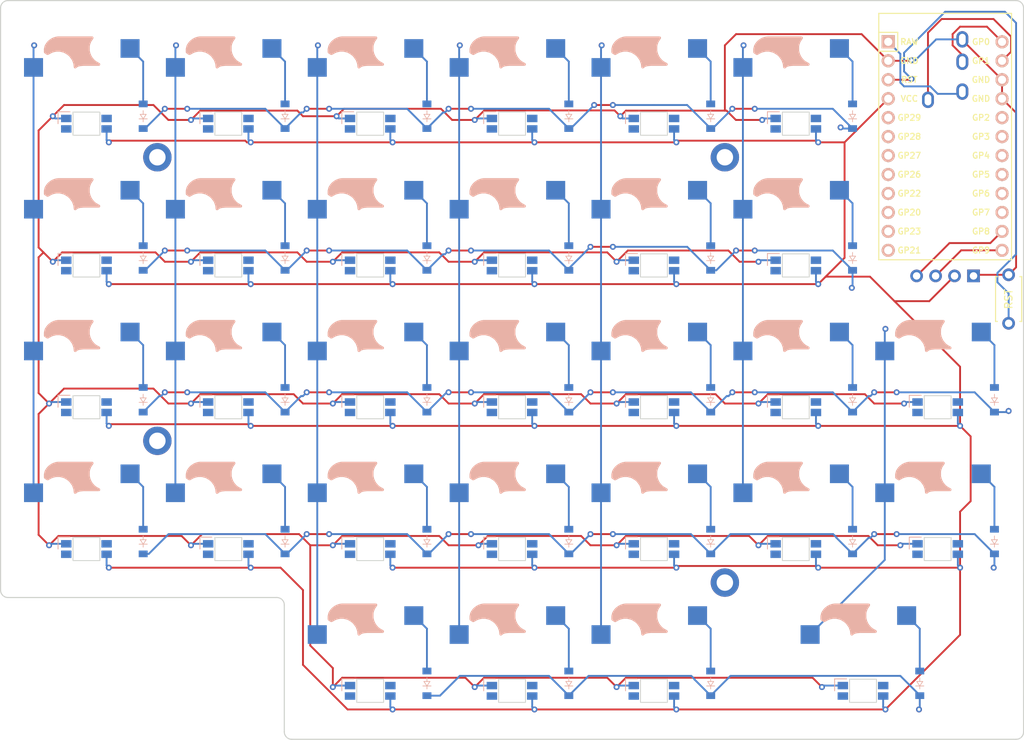
<source format=kicad_pcb>
(kicad_pcb (version 20240108) (generator "pcbnew") (generator_version "8.0")
  (title_block (title "nitsud") (rev "v1.0.0") (company "Unknown"))
  (layers (0 "F.Cu" signal) (1 "In1.Cu" signal) (2 "In2.Cu" signal) (31 "B.Cu" signal) (34 "B.Paste" user) (35 "F.Paste" user) (36 "B.SilkS" user "B.Silkscreen") (37 "F.SilkS" user "F.Silkscreen") (38 "B.Mask" user) (39 "F.Mask" user) (44 "Edge.Cuts" user))
  (net 0 "")
  (net 1 "pinky_bottom")
  (net 2 "GND")
  (net 3 "pinky_home")
  (net 4 "pinky_middle")
  (net 5 "pinky_top")
  (net 6 "ring_bottom")
  (net 7 "ring_home")
  (net 8 "ring_middle")
  (net 9 "ring_top")
  (net 10 "middle_bottom")
  (net 11 "middle_home")
  (net 12 "middle_middle")
  (net 13 "middle_top")
  (net 14 "index_bottom")
  (net 15 "index_home")
  (net 16 "index_middle")
  (net 17 "index_top")
  (net 18 "inner_bottom")
  (net 19 "inner_home")
  (net 20 "inner_middle")
  (net 21 "inner_top")
  (net 22 "outer_bottom")
  (net 23 "outer_home")
  (net 24 "outer_middle")
  (net 25 "outer_top")
  (net 26 "mostouter_bottom")
  (net 27 "mostouter_home")
  (net 28 "near_default")
  (net 29 "home_default")
  (net 30 "far_default")
  (net 31 "morefar_default")
  (net 32 "VCC")
  (net 33 "RAW")
  (net 34 "RST")
  (net 35 "P21")
  (net 36 "P20")
  (net 37 "P19")
  (net 38 "P18")
  (net 39 "P15")
  (net 40 "P14")
  (net 41 "P16")
  (net 42 "P10")
  (net 43 "P1")
  (net 44 "P0")
  (net 45 "P2")
  (net 46 "P3")
  (net 47 "P4")
  (net 48 "P5")
  (net 49 "P6")
  (net 50 "P7")
  (net 51 "P8")
  (net 52 "P9")
  (footprint "ProMicro" (layer "F.Cu") (at 265 101 -90)
    (property "Reference" "MCU1" (hide yes))
    (property "Value" "" (hide yes))
  )
  (footprint "ceoloide:trrs_pj320a" (layer "F.Cu") (at 265 83.5)
    (property "Reference" "TRRS1" (hide yes))
    (property "Value" "")
  )
  (footprint "ceoloide:reset_switch_tht_top" (layer "F.Cu") (at 273.5 121.5 -90)
    (property "Reference" "RST1" (hide yes))
    (property "Value" "")
  )
  (footprint "ceoloide:mounting_hole_plated" (layer "F.Cu") (at 159.5 140.5)
    (property "Reference" "H2" (hide yes))
    (property "Value" "")
  )
  (footprint "lib:OLED_headers" (layer "F.Cu") (at 259 120 90)
    (property "Reference" "OLED1" (hide yes))
    (property "Value" "OLED")
  )
  (footprint "ceoloide:mounting_hole_plated" (layer "F.Cu") (at 235.5 159.5)
    (property "Reference" "H4" (hide yes))
    (property "Value" "")
  )
  (footprint "ceoloide:mounting_hole_plated" (layer "F.Cu") (at 159.5 102.5)
    (property "Reference" "H1" (hide yes))
    (property "Value" "")
  )
  (footprint "ceoloide:mounting_hole_plated" (layer "F.Cu") (at 235.5 102.5)
    (property "Reference" "H3" (hide yes))
    (property "Value" "")
  )
  (footprint "ceoloide:switch_mx" (layer "B.Cu") (at 169 150)
    (property "Reference" "S5" (hide yes))
    (property "Value" "")
  )
  (footprint "ceoloide:led_SK6812mini-e (per-keysingle-side)" (layer "B.Cu") (at 188 174)
    (property "Reference" "LED27" (hide yes))
    (property "Value" "")
    (fp_rect (start -1.8 -1.55) (end 1.8 1.55) (stroke (width 0.12)) (fill none) (layer "Edge.Cuts"))
  )
  (footprint "ceoloide:diode_tht_sod123" (layer "B.Cu") (at 176.6 154 90)
    (property "Reference" "D5" (hide yes))
    (property "Value" "")
  )
  (footprint "ceoloide:diode_tht_sod123" (layer "B.Cu") (at 233.6 116 90)
    (property "Reference" "D19" (hide yes))
    (property "Value" "")
  )
  (footprint "ceoloide:led_SK6812mini-e (per-keysingle-side)" (layer "B.Cu") (at 207 117)
    (property "Reference" "LED15" (hide yes))
    (property "Value" "")
    (fp_rect (start -1.8 -1.55) (end 1.8 1.55) (stroke (width 0.12)) (fill none) (layer "Edge.Cuts"))
  )
  (footprint "ceoloide:led_SK6812mini-e (per-keysingle-side)" (layer "B.Cu") (at 264 136)
    (property "Reference" "LED26" (hide yes))
    (property "Value" "")
    (fp_rect (start -1.8 -1.55) (end 1.8 1.55) (stroke (width 0.12)) (fill none) (layer "Edge.Cuts"))
  )
  (footprint "ceoloide:switch_mx" (layer "B.Cu") (at 207 150)
    (property "Reference" "S13" (hide yes))
    (property "Value" "")
  )
  (footprint "ceoloide:switch_mx" (layer "B.Cu") (at 150 131)
    (property "Reference" "S2" (hide yes))
    (property "Value" "")
  )
  (footprint "ceoloide:led_SK6812mini-e (per-keysingle-side)" (layer "B.Cu") (at 207 98)
    (property "Reference" "LED16" (hide yes))
    (property "Value" "")
    (fp_rect (start -1.8 -1.55) (end 1.8 1.55) (stroke (width 0.12)) (fill none) (layer "Edge.Cuts"))
  )
  (footprint "ceoloide:switch_mx" (layer "B.Cu") (at 226 169)
    (property "Reference" "S29" (hide yes))
    (property "Value" "")
  )
  (footprint "ceoloide:switch_mx" (layer "B.Cu") (at 245 131)
    (property "Reference" "S22" (hide yes))
    (property "Value" "")
  )
  (footprint "ceoloide:diode_tht_sod123" (layer "B.Cu") (at 157.6 135 90)
    (property "Reference" "D2" (hide yes))
    (property "Value" "")
  )
  (footprint "ceoloide:diode_tht_sod123" (layer "B.Cu") (at 233.6 173 90)
    (property "Reference" "D29" (hide yes))
    (property "Value" "")
  )
  (footprint "ceoloide:switch_mx" (layer "B.Cu") (at 150 112)
    (property "Reference" "S3" (hide yes))
    (property "Value" "")
  )
  (footprint "ceoloide:switch_mx" (layer "B.Cu") (at 150 150)
    (property "Reference" "S1" (hide yes))
    (property "Value" "")
  )
  (footprint "ceoloide:switch_mx" (layer "B.Cu") (at 226 112)
    (property "Reference" "S19" (hide yes))
    (property "Value" "")
  )
  (footprint "ceoloide:led_SK6812mini-e (per-keysingle-side)" (layer "B.Cu") (at 188 136)
    (property "Reference" "LED10" (hide yes))
    (property "Value" "")
    (fp_rect (start -1.8 -1.55) (end 1.8 1.55) (stroke (width 0.12)) (fill none) (layer "Edge.Cuts"))
  )
  (footprint "ceoloide:switch_mx" (layer "B.Cu") (at 264 150)
    (property "Reference" "S25" (hide yes))
    (property "Value" "")
  )
  (footprint "ceoloide:switch_mx" (layer "B.Cu") (at 150 93)
    (property "Reference" "S4" (hide yes))
    (property "Value" "")
  )
  (footprint "ceoloide:led_SK6812mini-e (per-keysingle-side)" (layer "B.Cu") (at 226 98)
    (property "Reference" "LED20" (hide yes))
    (property "Value" "")
    (fp_rect (start -1.8 -1.55) (end 1.8 1.55) (stroke (width 0.12)) (fill none) (layer "Edge.Cuts"))
  )
  (footprint "ceoloide:diode_tht_sod123" (layer "B.Cu") (at 214.6 135 90)
    (property "Reference" "D14" (hide yes))
    (property "Value" "")
  )
  (footprint "ceoloide:led_SK6812mini-e (per-keysingle-side)" (layer "B.Cu") (at 150 136)
    (property "Reference" "LED2" (hide yes))
    (property "Value" "")
    (fp_rect (start -1.8 -1.55) (end 1.8 1.55) (stroke (width 0.12)) (fill none) (layer "Edge.Cuts"))
  )
  (footprint "ceoloide:led_SK6812mini-e (per-keysingle-side)" (layer "B.Cu") (at 207 155)
    (property "Reference" "LED13" (hide yes))
    (property "Value" "")
    (fp_rect (start -1.8 -1.55) (end 1.8 1.55) (stroke (width 0.12)) (fill none) (layer "Edge.Cuts"))
  )
  (footprint "ceoloide:led_SK6812mini-e (per-keysingle-side)" (layer "B.Cu") (at 169 136)
    (property "Reference" "LED6" (hide yes))
    (property "Value" "")
    (fp_rect (start -1.8 -1.55) (end 1.8 1.55) (stroke (width 0.12)) (fill none) (layer "Edge.Cuts"))
  )
  (footprint "ceoloide:diode_tht_sod123" (layer "B.Cu") (at 271.6 135 90)
    (property "Reference" "D26" (hide yes))
    (property "Value" "")
  )
  (footprint "ceoloide:switch_mx" (layer "B.Cu") (at 245 150)
    (property "Reference" "S21" (hide yes))
    (property "Value" "")
  )
  (footprint "ceoloide:led_SK6812mini-e (per-keysingle-side)" (layer "B.Cu") (at 226 136)
    (property "Reference" "LED18" (hide yes))
    (property "Value" "")
    (fp_rect (start -1.8 -1.55) (end 1.8 1.55) (stroke (width 0.12)) (fill none) (layer "Edge.Cuts"))
  )
  (footprint "ceoloide:switch_mx" (layer "B.Cu") (at 245 93)
    (property "Reference" "S24" (hide yes))
    (property "Value" "")
  )
  (footprint "ceoloide:diode_tht_sod123" (layer "B.Cu") (at 271.6 154 90)
    (property "Reference" "D25" (hide yes))
    (property "Value" "")
  )
  (footprint "ceoloide:diode_tht_sod123" (layer "B.Cu") (at 214.6 173 90)
    (property "Reference" "D28" (hide yes))
    (property "Value" "")
  )
  (footprint "ceoloide:diode_tht_sod123" (layer "B.Cu") (at 252.6 135 90)
    (property "Reference" "D22" (hide yes))
    (property "Value" "")
  )
  (footprint "ceoloide:diode_tht_sod123" (layer "B.Cu") (at 176.6 116 90)
    (property "Reference" "D7" (hide yes))
    (property "Value" "")
  )
  (footprint "ceoloide:diode_tht_sod123" (layer "B.Cu") (at 214.6 154 90)
    (property "Reference" "D13" (hide yes))
    (property "Value" "")
  )
  (footprint "ceoloide:switch_mx" (layer "B.Cu") (at 188 169)
    (property "Reference" "S27" (hide yes))
    (property "Value" "")
  )
  (footprint "ceoloide:switch_mx" (layer "B.Cu") (at 188 93)
    (property "Reference" "S12" (hide yes))
    (property "Value" "")
  )
  (footprint "ceoloide:diode_tht_sod123" (layer "B.Cu") (at 252.6 116 90)
    (property "Reference" "D23" (hide yes))
    (property "Value" "")
  )
  (footprint "ceoloide:diode_tht_sod123" (layer "B.Cu") (at 195.6 135 90)
    (property "Reference" "D10" (hide yes))
    (property "Value" "")
  )
  (footprint "ceoloide:diode_tht_sod123" (layer "B.Cu") (at 233.6 97 90)
    (property "Reference" "D20" (hide yes))
    (property "Value" "")
  )
  (footprint "ceoloide:diode_tht_sod123" (layer "B.Cu") (at 157.6 97 90)
    (property "Reference" "D4" (hide yes))
    (property "Value" "")
  )
  (footprint "ceoloide:led_SK6812mini-e (per-keysingle-side)" (layer "B.Cu") (at 169 155)
    (property "Reference" "LED5" (hide yes))
    (property "Value" "")
    (fp_rect (start -1.8 -1.55) (end 1.8 1.55) (stroke (width 0.12)) (fill none) (layer "Edge.Cuts"))
  )
  (footprint "ceoloide:diode_tht_sod123" (layer "B.Cu") (at 176.6 135 90)
    (property "Reference" "D6" (hide yes))
    (property "Value" "")
  )
  (footprint "ceoloide:switch_mx" (layer "B.Cu") (at 207 131)
    (property "Reference" "S14" (hide yes))
    (property "Value" "")
  )
  (footprint "ceoloide:switch_mx" (layer "B.Cu") (at 207 93)
    (property "Reference" "S16" (hide yes))
    (property "Value" "")
  )
  (footprint "ceoloide:diode_tht_sod123" (layer "B.Cu") (at 195.6 97 90)
    (property "Reference" "D12" (hide yes))
    (property "Value" "")
  )
  (footprint "ceoloide:switch_mx" (layer "B.Cu") (at 264 131)
    (property "Reference" "S26" (hide yes))
    (property "Value" "")
  )
  (footprint "ceoloide:led_SK6812mini-e (per-keysingle-side)" (layer "B.Cu") (at 245 155)
    (property "Reference" "LED21" (hide yes))
    (property "Value" "")
    (fp_rect (start -1.8 -1.55) (end 1.8 1.55) (stroke (width 0.12)) (fill none) (layer "Edge.Cuts"))
  )
  (footprint "ceoloide:led_SK6812mini-e (per-keysingle-side)" (layer "B.Cu") (at 150 117)
    (property "Reference" "LED3" (hide yes))
    (property "Value" "")
    (fp_rect (start -1.8 -1.55) (end 1.8 1.55) (stroke (width 0.12)) (fill none) (layer "Edge.Cuts"))
  )
  (footprint "ceoloide:switch_mx" (layer "B.Cu") (at 207 112)
    (property "Reference" "S15" (hide yes))
    (property "Value" "")
  )
  (footprint "ceoloide:diode_tht_sod123" (layer "B.Cu") (at 233.6 135 90)
    (property "Reference" "D18" (hide yes))
    (property "Value" "")
  )
  (footprint "ceoloide:diode_tht_sod123" (layer "B.Cu") (at 157.6 116 90)
    (property "Reference" "D3" (hide yes))
    (property "Value" "")
  )
  (footprint "ceoloide:switch_mx" (layer "B.Cu") (at 169 112)
    (property "Reference" "S7" (hide yes))
    (property "Value" "")
  )
  (footprint "ceoloide:led_SK6812mini-e (per-keysingle-side)" (layer "B.Cu") (at 245 98)
    (property "Reference" "LED24" (hide yes))
    (property "Value" "")
    (fp_rect (start -1.8 -1.55) (end 1.8 1.55) (stroke (width 0.12)) (fill none) (layer "Edge.Cuts"))
  )
  (footprint "ceoloide:led_SK6812mini-e (per-keysingle-side)" (layer "B.Cu") (at 150 155)
    (property "Reference" "LED1" (hide yes))
    (property "Value" "")
    (fp_rect (start -1.8 -1.55) (end 1.8 1.55) (stroke (width 0.12)) (fill none) (layer "Edge.Cuts"))
  )
  (footprint "ceoloide:switch_mx" (layer "B.Cu") (at 245 112)
    (property "Reference" "S23" (hide yes))
    (property "Value" "")
  )
  (footprint "ceoloide:led_SK6812mini-e (per-keysingle-side)" (layer "B.Cu") (at 150 98)
    (property "Reference" "LED4" (hide yes))
    (property "Value" "")
    (fp_rect (start -1.8 -1.55) (end 1.8 1.55) (stroke (width 0.12)) (fill none) (layer "Edge.Cuts"))
  )
  (footprint "ceoloide:diode_tht_sod123" (layer "B.Cu") (at 252.6 97 90)
    (property "Reference" "D24" (hide yes))
    (property "Value" "")
  )
  (footprint "ceoloide:diode_tht_sod123" (layer "B.Cu") (at 214.6 116 90)
    (property "Reference" "D15" (hide yes))
    (property "Value" "")
  )
  (footprint "ceoloide:diode_tht_sod123" (layer "B.Cu") (at 195.6 173 90)
    (property "Reference" "D27" (hide yes))
    (property "Value" "")
  )
  (footprint "ceoloide:led_SK6812mini-e (per-keysingle-side)" (layer "B.Cu") (at 226 174)
    (property "Reference" "LED29" (hide yes))
    (property "Value" "")
    (fp_rect (start -1.8 -1.55) (end 1.8 1.55) (stroke (width 0.12)) (fill none) (layer "Edge.Cuts"))
  )
  (footprint "ceoloide:diode_tht_sod123" (layer "B.Cu") (at 261.6 173 90)
    (property "Reference" "D30" (hide yes))
    (property "Value" "")
  )
  (footprint "ceoloide:switch_mx" (layer "B.Cu") (at 226 131)
    (property "Reference" "S18" (hide yes))
    (property "Value" "")
  )
  (footprint "ceoloide:led_SK6812mini-e (per-keysingle-side)" (layer "B.Cu") (at 264 155)
    (property "Reference" "LED25" (hide yes))
    (property "Value" "")
    (fp_rect (start -1.8 -1.55) (end 1.8 1.55) (stroke (width 0.12)) (fill none) (layer "Edge.Cuts"))
  )
  (footprint "ceoloide:led_SK6812mini-e (per-keysingle-side)" (layer "B.Cu") (at 169 98)
    (property "Reference" "LED8" (hide yes))
    (property "Value" "")
    (fp_rect (start -1.8 -1.55) (end 1.8 1.55) (stroke (width 0.12)) (fill none) (layer "Edge.Cuts"))
  )
  (footprint "ceoloide:diode_tht_sod123" (layer "B.Cu") (at 233.6 154 90)
    (property "Reference" "D17" (hide yes))
    (property "Value" "")
  )
  (footprint "ceoloide:led_SK6812mini-e (per-keysingle-side)" (layer "B.Cu") (at 245 136)
    (property "Reference" "LED22" (hide yes))
    (property "Value" "")
    (fp_rect (start -1.8 -1.55) (end 1.8 1.55) (stroke (width 0.12)) (fill none) (layer "Edge.Cuts"))
  )
  (footprint "ceoloide:switch_mx" (layer "B.Cu") (at 188 150)
    (property "Reference" "S9" (hide yes))
    (property "Value" "")
  )
  (footprint "ceoloide:switch_mx" (layer "B.Cu") (at 169 131)
    (property "Reference" "S6" (hide yes))
    (property "Value" "")
  )
  (footprint "ceoloide:switch_mx" (layer "B.Cu") (at 188 131)
    (property "Reference" "S10" (hide yes))
    (property "Value" "")
  )
  (footprint "ceoloide:diode_tht_sod123" (layer "B.Cu") (at 176.6 97 90)
    (property "Reference" "D8" (hide yes))
    (property "Value" "")
  )
  (footprint "ceoloide:switch_mx" (layer "B.Cu") (at 226 93)
    (property "Reference" "S20" (hide yes))
    (property "Value" "")
  )
  (footprint "ceoloide:diode_tht_sod123" (layer "B.Cu") (at 195.6 116 90)
    (property "Reference" "D11" (hide yes))
    (property "Value" "")
  )
  (footprint "ceoloide:diode_tht_sod123" (layer "B.Cu") (at 252.6 154 90)
    (property "Reference" "D21" (hide yes))
    (property "Value" "")
  )
  (footprint "ceoloide:diode_tht_sod123" (layer "B.Cu") (at 195.6 154 90)
    (property "Reference" "D9" (hide yes))
    (property "Value" "")
  )
  (footprint "ceoloide:led_SK6812mini-e (per-keysingle-side)" (layer "B.Cu") (at 207 136)
    (property "Reference" "LED14" (hide yes))
    (property "Value" "")
    (fp_rect (start -1.8 -1.55) (end 1.8 1.55) (stroke (width 0.12)) (fill none) (layer "Edge.Cuts"))
  )
  (footprint "ceoloide:switch_mx" (layer "B.Cu") (at 169 93)
    (property "Reference" "S8" (hide yes))
    (property "Value" "")
  )
  (footprint "ceoloide:led_SK6812mini-e (per-keysingle-side)" (layer "B.Cu") (at 245 117)
    (property "Reference" "LED23" (hide yes))
    (property "Value" "")
    (fp_rect (start -1.8 -1.55) (end 1.8 1.55) (stroke (width 0.12)) (fill none) (layer "Edge.Cuts"))
  )
  (footprint "ceoloide:led_SK6812mini-e (per-keysingle-side)" (layer "B.Cu") (at 207 174)
    (property "Reference" "LED28" (hide yes))
    (property "Value" "")
    (fp_rect (start -1.8 -1.55) (end 1.8 1.55) (stroke (width 0.12)) (fill none) (layer "Edge.Cuts"))
  )
  (footprint "ceoloide:diode_tht_sod123" (layer "B.Cu") (at 157.6 154 90)
    (property "Reference" "D1" (hide yes))
    (property "Value" "")
  )
  (footprint "ceoloide:led_SK6812mini-e (per-keysingle-side)" (layer "B.Cu") (at 254 174)
    (property "Reference" "LED30" (hide yes))
    (property "Value" "")
    (fp_rect (start -1.8 -1.55) (end 1.8 1.55) (stroke (width 0.12)) (fill none) (layer "Edge.Cuts"))
  )
  (footprint "ceoloide:led_SK6812mini-e (per-keysingle-side)" (layer "B.Cu") (at 226 155)
    (property "Reference" "LED17" (hide yes))
    (property "Value" "")
    (fp_rect (start -1.8 -1.55) (end 1.8 1.55) (stroke (width 0.12)) (fill none) (layer "Edge.Cuts"))
  )
  (footprint "ceoloide:switch_mx" (layer "B.Cu") (at 207 169)
    (property "Reference" "S28" (hide yes))
    (property "Value" "")
  )
  (footprint "ceoloide:led_SK6812mini-e (per-keysingle-side)" (layer "B.Cu") (at 226 117)
    (property "Reference" "LED19" (hide yes))
    (property "Value" "")
    (fp_rect (start -1.8 -1.55) (end 1.8 1.55) (stroke (width 0.12)) (fill none) (layer "Edge.Cuts"))
  )
  (footprint "ceoloide:led_SK6812mini-e (per-keysingle-side)" (layer "B.Cu") (at 188 155)
    (property "Reference" "LED9" (hide yes))
    (property "Value" "")
    (fp_rect (start -1.8 -1.55) (end 1.8 1.55) (stroke (width 0.12)) (fill none) (layer "Edge.Cuts"))
  )
  (footprint "ceoloide:diode_tht_sod123" (layer "B.Cu") (at 214.6 97 90)
    (property "Reference" "D16" (hide yes))
    (property "Value" "")
  )
  (footprint "ceoloide:led_SK6812mini-e (per-keysingle-side)" (layer "B.Cu") (at 188 98)
    (property "Reference" "LED12" (hide yes))
    (property "Value" "")
    (fp_rect (start -1.8 -1.55) (end 1.8 1.55) (stroke (width 0.12)) (fill none) (layer "Edge.Cuts"))
  )
  (footprint "ceoloide:switch_mx" (layer "B.Cu") (at 188 112)
    (property "Reference" "S11" (hide yes))
    (property "Value" "")
  )
  (footprint "ceoloide:switch_mx" (layer "B.Cu") (at 226 150)
    (property "Reference" "S17" (hide yes))
    (property "Value" "")
  )
  (footprint "ceoloide:led_SK6812mini-e (per-keysingle-side)" (layer "B.Cu") (at 169 117)
    (property "Reference" "LED7" (hide yes))
    (property "Value" "")
    (fp_rect (start -1.8 -1.55) (end 1.8 1.55) (stroke (width 0.12)) (fill none) (layer "Edge.Cuts"))
  )
  (footprint "ceoloide:led_SK6812mini-e (per-keysingle-side)" (layer "B.Cu") (at 188 117)
    (property "Reference" "LED11" (hide yes))
    (property "Value" "")
    (fp_rect (start -1.8 -1.55) (end 1.8 1.55) (stroke (width 0.12)) (fill none) (layer "Edge.Cuts"))
  )
  (footprint "ceoloide:switch_mx" (layer "B.Cu") (at 254 169)
    (property "Reference" "S30" (hide yes))
    (property "Value" "")
  )
  (gr_line (start 275.5 149.999836) (end 275.500296 82.500004) (stroke (width 0.15)) (layer "Edge.Cuts"))
  (gr_arc (start 139.5 161.5) (mid 138.792893 161.207107) (end 138.5 160.5) (stroke (width 0.15)) (layer "Edge.Cuts"))
  (gr_line (start 177.5 180.5) (end 274.504836 180.5) (stroke (width 0.15)) (layer "Edge.Cuts"))
  (gr_arc (start 138.5 82.5) (mid 138.792893 81.792893) (end 139.5 81.5) (stroke (width 0.15)) (layer "Edge.Cuts"))
  (gr_arc (start 275.5 150.000004) (mid 275.5 149.99992) (end 275.5 149.999836) (stroke (width 0.15)) (layer "Edge.Cuts"))
  (gr_arc (start 275.504836 179.499836) (mid 275.212001 180.207049) (end 274.504836 180.5) (stroke (width 0.15)) (layer "Edge.Cuts"))
  (gr_line (start 274.500296 81.5) (end 139.5 81.5) (stroke (width 0.15)) (layer "Edge.Cuts"))
  (gr_line (start 138.5 82.5) (end 138.5 160.5) (stroke (width 0.15)) (layer "Edge.Cuts"))
  (gr_line (start 176.5 162.5) (end 176.5 179.5) (stroke (width 0.15)) (layer "Edge.Cuts"))
  (gr_arc (start 274.500296 81.5) (mid 275.207404 81.792895) (end 275.500296 82.500004) (stroke (width 0.15)) (layer "Edge.Cuts"))
  (gr_arc (start 177.5 180.5) (mid 176.792893 180.207107) (end 176.5 179.5) (stroke (width 0.15)) (layer "Edge.Cuts"))
  (gr_arc (start 175.5 161.5) (mid 176.207107 161.792893) (end 176.5 162.5) (stroke (width 0.15)) (layer "Edge.Cuts"))
  (gr_line (start 139.5 161.5) (end 175.5 161.5) (stroke (width 0.15)) (layer "Edge.Cuts"))
  (gr_line (start 275.504836 179.499836) (end 275.5 150.000004) (stroke (width 0.15)) (layer "Edge.Cuts"))
  (segment (start 163.5 96) (end 160.5 96) (width 0.25) (layer "F.Cu") (net 0))
  (segment (start 220.5 114.5) (end 217.5 114.5) (width 0.25) (layer "F.Cu") (net 0))
  (segment (start 182.5 115) (end 179.5 115) (width 0.25) (layer "F.Cu") (net 0))
  (segment (start 239.5 115) (end 237 115) (width 0.25) (layer "F.Cu") (net 0))
  (segment (start 163.5 134) (end 160.5 134) (width 0.25) (layer "F.Cu") (net 0))
  (segment (start 220.5 95.5) (end 218 95.5) (width 0.25) (layer "F.Cu") (net 0))
  (segment (start 201.5 96) (end 198.5 96) (width 0.25) (layer "F.Cu") (net 0))
  (segment (start 201.5 115) (end 198.5 115) (width 0.25) (layer "F.Cu") (net 0))
  (segment (start 220.5 153) (end 217.5 153) (width 0.25) (layer "F.Cu") (net 0))
  (segment (start 182.5 134) (end 179.5 134) (width 0.25) (layer "F.Cu") (net 0))
  (segment (start 239.5 96) (end 236.5 96) (width 0.25) (layer "F.Cu") (net 0))
  (segment (start 239.5 134) (end 236.5 134) (width 0.25) (layer "F.Cu") (net 0))
  (segment (start 258.5 153) (end 255.5 153) (width 0.25) (layer "F.Cu") (net 0))
  (segment (start 201.5 134) (end 198.5 134) (width 0.25) (layer "F.Cu") (net 0))
  (segment (start 220.5 134) (end 217.5 134) (width 0.25) (layer "F.Cu") (net 0))
  (segment (start 201.5 153) (end 198.5 153) (width 0.25) (layer "F.Cu") (net 0))
  (segment (start 182.5 96) (end 179.5 96) (width 0.25) (layer "F.Cu") (net 0))
  (segment (start 182.5 153) (end 179.5 153) (width 0.25) (layer "F.Cu") (net 0))
  (segment (start 258.5 134) (end 255.5 134) (width 0.25) (layer "F.Cu") (net 0))
  (segment (start 163.5 115) (end 160.5 115) (width 0.25) (layer "F.Cu") (net 0))
  (via (at 163.5 96) (size 0.8) (drill 0.4) (layers "F.Cu" "B.Cu") (net 0))
  (via (at 220.5 134) (size 0.8) (drill 0.4) (layers "F.Cu" "B.Cu") (net 0))
  (via (at 182.5 96) (size 0.8) (drill 0.4) (layers "F.Cu" "B.Cu") (net 0))
  (via (at 217.5 134) (size 0.8) (drill 0.4) (layers "F.Cu" "B.Cu") (net 0))
  (via (at 179.5 153) (size 0.8) (drill 0.4) (layers "F.Cu" "B.Cu") (net 0))
  (via (at 273.5 136.5) (size 0.8) (drill 0.4) (layers "F.Cu" "B.Cu") (net 0))
  (via (at 220.5 114.5) (size 0.8) (drill 0.4) (layers "F.Cu" "B.Cu") (net 0))
  (via (at 217.5 153) (size 0.8) (drill 0.4) (layers "F.Cu" "B.Cu") (net 0))
  (via (at 237 115) (size 0.8) (drill 0.4) (layers "F.Cu" "B.Cu") (net 0))
  (via (at 160.5 115) (size 0.8) (drill 0.4) (layers "F.Cu" "B.Cu") (net 0))
  (via (at 239.5 134) (size 0.8) (drill 0.4) (layers "F.Cu" "B.Cu") (net 0))
  (via (at 182.5 153) (size 0.8) (drill 0.4) (layers "F.Cu" "B.Cu") (net 0))
  (via (at 182.5 134) (size 0.8) (drill 0.4) (layers "F.Cu" "B.Cu") (net 0))
  (via (at 236.5 96) (size 0.8) (drill 0.4) (layers "F.Cu" "B.Cu") (net 0))
  (via (at 201.5 153) (size 0.8) (drill 0.4) (layers "F.Cu" "B.Cu") (net 0))
  (via (at 179.5 115) (size 0.8) (drill 0.4) (layers "F.Cu" "B.Cu") (net 0))
  (via (at 261.5 176.5) (size 0.8) (drill 0.4) (layers "F.Cu" "B.Cu") (net 0))
  (via (at 258.5 153) (size 0.8) (drill 0.4) (layers "F.Cu" "B.Cu") (net 0))
  (via (at 160.5 134) (size 0.8) (drill 0.4) (layers "F.Cu" "B.Cu") (net 0))
  (via (at 179.5 134) (size 0.8) (drill 0.4) (layers "F.Cu" "B.Cu") (net 0))
  (via (at 220.5 153) (size 0.8) (drill 0.4) (layers "F.Cu" "B.Cu") (net 0))
  (via (at 201.5 96) (size 0.8) (drill 0.4) (layers "F.Cu" "B.Cu") (net 0))
  (via (at 220.5 95.5) (size 0.8) (drill 0.4) (layers "F.Cu" "B.Cu") (net 0))
  (via (at 201.5 134) (size 0.8) (drill 0.4) (layers "F.Cu" "B.Cu") (net 0))
  (via (at 271.5 157.5) (size 0.8) (drill 0.4) (layers "F.Cu" "B.Cu") (net 0))
  (via (at 239.5 96) (size 0.8) (drill 0.4) (layers "F.Cu" "B.Cu") (net 0))
  (via (at 217.5 114.5) (size 0.8) (drill 0.4) (layers "F.Cu" "B.Cu") (net 0))
  (via (at 198.5 115) (size 0.8) (drill 0.4) (layers "F.Cu" "B.Cu") (net 0))
  (via (at 258.5 134) (size 0.8) (drill 0.4) (layers "F.Cu" "B.Cu") (net 0))
  (via (at 218 95.5) (size 0.8) (drill 0.4) (layers "F.Cu" "B.Cu") (net 0))
  (via (at 160.5 96) (size 0.8) (drill 0.4) (layers "F.Cu" "B.Cu") (net 0))
  (via (at 198.5 134) (size 0.8) (drill 0.4) (layers "F.Cu" "B.Cu") (net 0))
  (via (at 163.5 115) (size 0.8) (drill 0.4) (layers "F.Cu" "B.Cu") (net 0))
  (via (at 182.5 115) (size 0.8) (drill 0.4) (layers "F.Cu" "B.Cu") (net 0))
  (via (at 201.5 115) (size 0.8) (drill 0.4) (layers "F.Cu" "B.Cu") (net 0))
  (via (at 252.5 120) (size 0.8) (drill 0.4) (layers "F.Cu" "B.Cu") (net 0))
  (via (at 163.5 134) (size 0.8) (drill 0.4) (layers "F.Cu" "B.Cu") (net 0))
  (via (at 255.5 134) (size 0.8) (drill 0.4) (layers "F.Cu" "B.Cu") (net 0))
  (via (at 236.5 134) (size 0.8) (drill 0.4) (layers "F.Cu" "B.Cu") (net 0))
  (via (at 239.5 115) (size 0.8) (drill 0.4) (layers "F.Cu" "B.Cu") (net 0))
  (via (at 198.5 96) (size 0.8) (drill 0.4) (layers "F.Cu" "B.Cu") (net 0))
  (via (at 179.5 96) (size 0.8) (drill 0.4) (layers "F.Cu" "B.Cu") (net 0))
  (via (at 251 98.5) (size 0.8) (drill 0.4) (layers "F.Cu" "B.Cu") (net 0))
  (via (at 198.5 153) (size 0.8) (drill 0.4) (layers "F.Cu" "B.Cu") (net 0))
  (via (at 255.5 153) (size 0.8) (drill 0.4) (layers "F.Cu" "B.Cu") (net 0))
  (segment (start 176.6 117.65) (end 173.95 115) (width 0.25) (layer "B.Cu") (net 0))
  (segment (start 252.6 117.65) (end 252.6 119.9) (width 0.25) (layer "B.Cu") (net 0))
  (segment (start 235.75 134.5) (end 233.6 136.65) (width 0.25) (layer "B.Cu") (net 0))
  (segment (start 217.25 172) (end 214.6 174.65) (width 0.25) (layer "B.Cu") (net 0))
  (segment (start 251.15 98.65) (end 251 98.5) (width 0.25) (layer "B.Cu") (net 0))
  (segment (start 195.6 117.65) (end 192.95 115) (width 0.25) (layer "B.Cu") (net 0))
  (segment (start 198.5 96) (end 198 96.5) (width 0.25) (layer "B.Cu") (net 0))
  (segment (start 192.95 115) (end 182.5 115) (width 0.25) (layer "B.Cu") (net 0))
  (segment (start 214.85 155.65) (end 214.6 155.65) (width 0.25) (layer "B.Cu") (net 0))
  (segment (start 160.5 134) (end 160 134.5) (width 0.25) (layer "B.Cu") (net 0))
  (segment (start 261.6 176.4) (end 261.5 176.5) (width 0.25) (layer "B.Cu") (net 0))
  (segment (start 195.6 136.65) (end 192.95 134) (width 0.25) (layer "B.Cu") (net 0))
  (segment (start 214.85 136.65) (end 214.6 136.65) (width 0.25) (layer "B.Cu") (net 0))
  (segment (start 230.95 153) (end 220.5 153) (width 0.25) (layer "B.Cu") (net 0))
  (segment (start 214.6 117.4) (end 214.6 117.65) (width 0.25) (layer "B.Cu") (net 0))
  (segment (start 268.95 153) (end 258.5 153) (width 0.25) (layer "B.Cu") (net 0))
  (segment (start 195.6 155.65) (end 192.95 153) (width 0.25) (layer "B.Cu") (net 0))
  (segment (start 176.6 155.65) (end 173.95 153) (width 0.25) (layer "B.Cu") (net 0))
  (segment (start 231.425 172.475) (end 231.425 172.425) (width 0.25) (layer "B.Cu") (net 0))
  (segment (start 160.5 115) (end 157.85 117.65) (width 0.25) (layer "B.Cu") (net 0))
  (segment (start 249.95 134) (end 239.5 134) (width 0.25) (layer "B.Cu") (net 0))
  (segment (start 217.5 114.5) (end 214.6 117.4) (width 0.25) (layer "B.Cu") (net 0))
  (segment (start 160.5 96) (end 157.85 98.65) (width 0.25) (layer "B.Cu") (net 0))
  (segment (start 233.6 174.65) (end 231.425 172.475) (width 0.25) (layer "B.Cu") (net 0))
  (segment (start 192.95 134) (end 182.5 134) (width 0.25) (layer "B.Cu") (net 0))
  (segment (start 233.6 136.65) (end 230.95 134) (width 0.25) (layer "B.Cu") (net 0))
  (segment (start 211.95 134) (end 201.5 134) (width 0.25) (layer "B.Cu") (net 0))
  (segment (start 217.5 153) (end 214.85 155.65) (width 0.25) (layer "B.Cu") (net 0))
  (segment (start 236.25 153) (end 233.6 155.65) (width 0.25) (layer "B.Cu") (net 0))
  (segment (start 250.425 153.425) (end 250 153) (width 0.25) (layer "B.Cu") (net 0))
  (segment (start 249.95 115) (end 239.5 115) (width 0.25) (layer "B.Cu") (net 0))
  (segment (start 197.35 174.65) (end 195.6 174.65) (width 0.25) (layer "B.Cu") (net 0))
  (segment (start 250.425 153.475) (end 250.425 153.425) (width 0.25) (layer "B.Cu") (net 0))
  (segment (start 195.6 98.65) (end 192.95 96) (width 0.25) (layer "B.Cu") (net 0))
  (segment (start 214.6 136.65) (end 211.95 134) (width 0.25) (layer "B.Cu") (net 0))
  (segment (start 252.6 136.65) (end 249.95 134) (width 0.25) (layer "B.Cu") (net 0))
  (segment (start 230.45 114.5) (end 220.5 114.5) (width 0.25) (layer "B.Cu") (net 0))
  (segment (start 179.5 153) (end 176.85 155.65) (width 0.25) (layer "B.Cu") (net 0))
  (segment (start 233.6 155.65) (end 230.95 153) (width 0.25) (layer "B.Cu") (net 0))
  (segment (start 252.6 155.65) (end 250.425 153.475) (width 0.25) (layer "B.Cu") (net 0))
  (segment (start 255.5 153) (end 255 153.5) (width 0.25) (layer "B.Cu") (net 0))
  (segment (start 255 153.5) (end 254.75 153.5) (width 0.25) (layer "B.Cu") (net 0))
  (segment (start 271.6 157.4) (end 271.5 157.5) (width 0.25) (layer "B.Cu") (net 0))
  (segment (start 179 134.5) (end 178.75 134.5) (width 0.25) (layer "B.Cu") (net 0))
  (segment (start 236.5 134) (end 236 134.5) (width 0.25) (layer "B.Cu") (net 0))
  (segment (start 261.6 174.65) (end 261.6 176.4) (width 0.25) (layer "B.Cu") (net 0))
  (segment (start 259 172) (end 236.25 172) (width 0.25) (layer "B.Cu") (net 0))
  (segment (start 198.25 134) (end 195.6 136.65) (width 0.25) (layer "B.Cu") (net 0))
  (segment (start 195.85 155.65) (end 195.6 155.65) (width 0.25) (layer "B.Cu") (net 0))
  (segment (start 233.6 117.65) (end 230.45 114.5) (width 0.25) (layer "B.Cu") (net 0))
  (segment (start 160 134.5) (end 159.75 134.5) (width 0.25) (layer "B.Cu") (net 0))
  (segment (start 214.6 174.65) (end 211.95 172) (width 0.25) (layer "B.Cu") (net 0))
  (segment (start 231 172) (end 217.25 172) (width 0.25) (layer "B.Cu") (net 0))
  (segment (start 192.95 153) (end 182.5 153) (width 0.25) (layer "B.Cu") (net 0))
  (segment (start 198 96.5) (end 197.75 96.5) (width 0.25) (layer "B.Cu") (net 0))
  (segment (start 158.35 155.65) (end 157.6 155.65) (width 0.25) (layer "B.Cu") (net 0))
  (segment (start 255.5 134) (end 255 134.5) (width 0.25) (layer "B.Cu") (net 0))
  (segment (start 173.95 153) (end 161 153) (width 0.25) (layer "B.Cu") (net 0))
  (segment (start 173.95 134) (end 163.5 134) (width 0.25) (layer "B.Cu") (net 0))
  (segment (start 211.95 96) (end 201.5 96) (width 0.25) (layer "B.Cu") (net 0))
  (segment (start 271.6 136.65) (end 273.35 136.65) (width 0.25) (layer "B.Cu") (net 0))
  (segment (start 250 153) (end 236.25 153) (width 0.25) (layer "B.Cu") (net 0))
  (segment (start 255 134.5) (end 254.75 134.5) (width 0.25) (layer "B.Cu") (net 0))
  (segment (start 157.85 98.65) (end 157.6 98.65) (width 0.25) (layer "B.Cu") (net 0))
  (segment (start 197.75 96.5) (end 195.6 98.65) (width 0.25) (layer "B.Cu") (net 0))
  (segment (start 179 96.5) (end 178.75 96.5) (width 0.25) (layer "B.Cu") (net 0))
  (segment (start 231.425 172.425) (end 231 172) (width 0.25) (layer "B.Cu") (net 0))
  (segment (start 211.95 115) (end 201.5 115) (width 0.25) (layer "B.Cu") (net 0))
  (segment (start 179.5 115) (end 176.85 117.65) (width 0.25) (layer "B.Cu") (net 0))
  (segment (start 233.85 98.65) (end 233.6 98.65) (width 0.25) (layer "B.Cu") (net 0))
  (segment (start 176.6 98.65) (end 173.95 96) (width 0.25) (layer "B.Cu") (net 0))
  (segment (start 273.35 136.65) (end 273.5 136.5) (width 0.25) (layer "B.Cu") (net 0))
  (segment (start 234.35 117.65) (end 233.6 117.65) (width 0.25) (layer "B.Cu") (net 0))
  (segment (start 254.75 153.5) (end 252.6 155.65) (width 0.25) (layer "B.Cu") (net 0))
  (segment (start 252.6 117.65) (end 249.95 115) (width 0.25) (layer "B.Cu") (net 0))
  (segment (start 211.95 172) (end 200 172) (width 0.25) (layer "B.Cu") (net 0))
  (segment (start 179.5 134) (end 179 134.5) (width 0.25) (layer "B.Cu") (net 0))
  (segment (start 214.6 117.65) (end 211.95 115) (width 0.25) (layer "B.Cu") (net 0))
  (segment (start 176.85 155.65) (end 176.6 155.65) (width 0.25) (layer "B.Cu") (net 0))
  (segment (start 197.75 115.5) (end 195.6 117.65) (width 0.25) (layer "B.Cu") (net 0))
  (segment (start 178.75 134.5) (end 176.6 136.65) (width 0.25) (layer "B.Cu") (net 0))
  (segment (start 178.75 96.5) (end 176.6 98.65) (width 0.25) (layer "B.Cu") (net 0))
  (segment (start 217.5 134) (end 214.85 136.65) (width 0.25) (layer "B.Cu") (net 0))
  (segment (start 236.25 172) (end 233.6 174.65) (width 0.25) (layer "B.Cu") (net 0))
  (segment (start 192.95 96) (end 182.5 96) (width 0.25) (layer "B.Cu") (net 0))
  (segment (start 230.45 95.5) (end 220.5 95.5) (width 0.25) (layer "B.Cu") (net 0))
  (segment (start 252.6 119.9) (end 252.5 120) (width 0.25) (layer "B.Cu") (net 0))
  (segment (start 198 115.5) (end 197.75 115.5) (width 0.25) (layer "B.Cu") (net 0))
  (segment (start 157.85 117.65) (end 157.6 117.65) (width 0.25) (layer "B.Cu") (net 0))
  (segment (start 159.75 134.5) (end 157.6 136.65) (width 0.25) (layer "B.Cu") (net 0))
  (segment (start 261.6 174.6) (end 259 172) (width 0.25) (layer "B.Cu") (net 0))
  (segment (start 233.6 98.65) (end 230.45 95.5) (width 0.25) (layer "B.Cu") (net 0))
  (segment (start 236 134.5) (end 235.75 134.5) (width 0.25) (layer "B.Cu") (net 0))
  (segment (start 268.95 134) (end 258.5 134) (width 0.25) (layer "B.Cu") (net 0))
  (segment (start 214.6 98.65) (end 211.95 96) (width 0.25) (layer "B.Cu") (net 0))
  (segment (start 237 115) (end 234.35 117.65) (width 0.25) (layer "B.Cu") (net 0))
  (segment (start 214.6 155.65) (end 211.95 153) (width 0.25) (layer "B.Cu") (net 0))
  (segment (start 252.6 98.65) (end 251.15 98.65) (width 0.25) (layer "B.Cu") (net 0))
  (segment (start 176.6 136.65) (end 173.95 134) (width 0.25) (layer "B.Cu") (net 0))
  (segment (start 173.95 115) (end 163.5 115) (width 0.25) (layer "B.Cu") (net 0))
  (segment (start 200 172) (end 197.35 174.65) (width 0.25) (layer "B.Cu") (net 0))
  (segment (start 161 153) (end 158.35 155.65) (width 0.25) (layer "B.Cu") (net 0))
  (segment (start 271.6 155.65) (end 268.95 153) (width 0.25) (layer "B.Cu") (net 0))
  (segment (start 230.95 134) (end 220.5 134) (width 0.25) (layer "B.Cu") (net 0))
  (segment (start 198.5 153) (end 195.85 155.65) (width 0.25) (layer "B.Cu") (net 0))
  (segment (start 179.5 96) (end 179 96.5) (width 0.25) (layer "B.Cu") (net 0))
  (segment (start 176.85 117.65) (end 176.6 117.65) (width 0.25) (layer "B.Cu") (net 0))
  (segment (start 211.95 153) (end 201.5 153) (width 0.25) (layer "B.Cu") (net 0))
  (segment (start 198.5 115) (end 198 115.5) (width 0.25) (layer "B.Cu") (net 0))
  (segment (start 173.95 96) (end 163.5 96) (width 0.25) (layer "B.Cu") (net 0))
  (segment (start 218 95.5) (end 214.85 98.65) (width 0.25) (layer "B.Cu") (net 0))
  (segment (start 271.6 155.65) (end 271.6 157.4) (width 0.25) (layer "B.Cu") (net 0))
  (segment (start 271.6 136.65) (end 268.95 134) (width 0.25) (layer "B.Cu") (net 0))
  (segment (start 254.75 134.5) (end 252.6 136.65) (width 0.25) (layer "B.Cu") (net 0))
  (segment (start 252.6 98.65) (end 249.95 96) (width 0.25) (layer "B.Cu") (net 0))
  (segment (start 261.6 174.65) (end 261.6 174.6) (width 0.25) (layer "B.Cu") (net 0))
  (segment (start 236.5 96) (end 233.85 98.65) (width 0.25) (layer "B.Cu") (net 0))
  (segment (start 198.5 134) (end 198.25 134) (width 0.25) (layer "B.Cu") (net 0))
  (segment (start 249.95 96) (end 239.5 96) (width 0.25) (layer "B.Cu") (net 0))
  (segment (start 214.85 98.65) (end 214.6 98.65) (width 0.25) (layer "B.Cu") (net 0))
  (segment (start 157.6 146.678) (end 155.842 144.92) (width 0.25) (layer "B.Cu") (net 1))
  (segment (start 157.6 152.35) (end 157.6 146.678) (width 0.25) (layer "B.Cu") (net 1))
  (segment (start 198.5 116.5) (end 202 116.5) (width 0.25) (layer "F.Cu") (net 2))
  (segment (start 240 154.5) (end 241.25 153.25) (width 0.25) (layer "F.Cu") (net 2))
  (segment (start 143.595 115.905) (end 143.595 134.095) (width 0.25) (layer "F.Cu") (net 2))
  (segment (start 184.25 153.25) (end 197.25 153.25) (width 0.25) (layer "F.Cu") (net 2))
  (segment (start 235.5 96.25) (end 235.724695 96.25) (width 0.25) (layer "F.Cu") (net 2))
  (segment (start 221 135.5) (end 222.25 134.25) (width 0.25) (layer "F.Cu") (net 2))
  (segment (start 179 97) (end 183.5 97) (width 0.25) (layer "F.Cu") (net 2))
  (segment (start 183 170.953833) (end 183 173.5) (width 0.25) (layer "F.Cu") (net 2))
  (segment (start 273.5 118.25) (end 274.5 117.25) (width 0.25) (layer "F.Cu") (net 2))
  (segment (start 179.974695 154.5) (end 179.974695 167.928528) (width 0.25) (layer "F.Cu") (net 2))
  (segment (start 257.38 89.57) (end 260.43 89.57) (width 0.25) (layer "F.Cu") (net 2))
  (segment (start 255.974695 154.5) (end 259 154.5) (width 0.25) (layer "F.Cu") (net 2))
  (segment (start 146.25 153.25) (end 162.75 153.25) (width 0.25) (layer "F.Cu") (net 2))
  (segment (start 235.724695 96.25) (end 236.974695 97.5) (width 0.25) (layer "F.Cu") (net 2))
  (segment (start 184.25 134.25) (end 197.25 134.25) (width 0.25) (layer "F.Cu") (net 2))
  (segment (start 143.595 134.095) (end 145 135.5) (width 0.25) (layer "F.Cu") (net 2))
  (segment (start 222.25 172.25) (end 247.25 172.25) (width 0.25) (layer "F.Cu") (net 2))
  (segment (start 145 154.5) (end 146.25 153.25) (width 0.25) (layer "F.Cu") (net 2))
  (segment (start 197.25 115.25) (end 198.5 116.5) (width 0.25) (layer "F.Cu") (net 2))
  (segment (start 221 173.5) (end 222.25 172.25) (width 0.25) (layer "F.Cu") (net 2))
  (segment (start 217.5 135.5) (end 221 135.5) (width 0.25) (layer "F.Cu") (net 2))
  (segment (start 255.5 135.5) (end 259.5 135.5) (width 0.25) (layer "F.Cu") (net 2))
  (segment (start 159.25 115.25) (end 160.5 116.5) (width 0.25) (layer "F.Cu") (net 2))
  (segment (start 197.474695 96) (end 198.974695 97.5) (width 0.25) (layer "F.Cu") (net 2))
  (segment (start 143.595 136.905) (end 143.595 153.095) (width 0.25) (layer "F.Cu") (net 2))
  (segment (start 272.62 92.11) (end 267.3 86.79) (width 0.25) (layer "F.Cu") (net 2))
  (segment (start 240 135.5) (end 241.25 134.25) (width 0.25) (layer "F.Cu") (net 2))
  (segment (start 183 135.5) (end 184.25 134.25) (width 0.25) (layer "F.Cu") (net 2))
  (segment (start 158.974695 133.5) (end 160.974695 135.5) (width 0.25) (layer "F.Cu") (net 2))
  (segment (start 222.25 153.25) (end 238.75 153.25) (width 0.25) (layer "F.Cu") (net 2))
  (segment (start 145 135.5) (end 143.595 136.905) (width 0.25) (layer "F.Cu") (net 2))
  (segment (start 247.25 172.25) (end 248.5 173.5) (width 0.25) (layer "F.Cu") (net 2))
  (segment (start 145.5 97) (end 147 95.5) (width 0.25) (layer "F.Cu") (net 2))
  (segment (start 202 97.5) (end 203.275 96.225) (width 0.25) (layer "F.Cu") (net 2))
  (segment (start 164 116.5) (end 165.25 115.25) (width 0.25) (layer "F.Cu") (net 2))
  (segment (start 221.5 97) (end 222.25 96.25) (width 0.25) (layer "F.Cu") (net 2))
  (segment (start 184.25 172.25) (end 200.75 172.25) (width 0.25) (layer "F.Cu") (net 2))
  (segment (start 178.25 115.25) (end 179.5 116.5) (width 0.25) (layer "F.Cu") (net 2))
  (segment (start 200.75 172.25) (end 202 173.5) (width 0.25) (layer "F.Cu") (net 2))
  (segment (start 164 154.5) (end 165.5 153) (width 0.25) (layer "F.Cu") (net 2))
  (segment (start 203.25 115.25) (end 219.75 115.25) (width 0.25) (layer "F.Cu") (net 2))
  (segment (start 147 95.5) (end 158.974695 95.5) (width 0.25) (layer "F.Cu") (net 2))
  (segment (start 145.5 116.5) (end 146.75 115.25) (width 0.25) (layer "F.Cu") (net 2))
  (segment (start 145.5 97) (end 143.595 98.905) (width 0.25) (layer "F.Cu") (net 2))
  (segment (start 147 133.5) (end 158.974695 133.5) (width 0.25) (layer "F.Cu") (net 2))
  (segment (start 202 116.5) (end 203.25 115.25) (width 0.25) (layer "F.Cu") (net 2))
  (segment (start 202.5 154.5) (end 203.75 153.25) (width 0.25) (layer "F.Cu") (net 2))
  (segment (start 216.25 153.25) (end 217.5 154.5) (width 0.25) (layer "F.Cu") (net 2))
  (segment (start 273.5 118.25) (end 268.95 118.25) (width 0.25) (layer "F.Cu") (net 2))
  (segment (start 268.95 118.25) (end 268.8 118.4) (width 0.25) (layer "F.Cu") (net 2))
  (segment (start 236.974695 97.5) (end 240.5 97.5) (width 0.25) (layer "F.Cu") (net 2))
  (segment (start 165.25 96.25) (end 178.25 96.25) (width 0.25) (layer "F.Cu") (net 2))
  (segment (start 235.5 135.5) (end 240 135.5) (width 0.25) (layer "F.Cu") (net 2))
  (segment (start 183.5 97) (end 184.5 96) (width 0.25) (layer "F.Cu") (net 2))
  (segment (start 144.25 115.25) (end 143.595 115.905) (width 0.25) (layer "F.Cu") (net 2))
  (segment (start 234.25 134.25) (end 235.5 135.5) (width 0.25) (layer "F.Cu") (net 2))
  (segment (start 179 135.5) (end 183 135.5) (width 0.25) (layer "F.Cu") (net 2))
  (segment (start 146.75 115.25) (end 159.25 115.25) (width 0.25) (layer "F.Cu") (net 2))
  (segment (start 219.75 115.25) (end 221 116.5) (width 0.25) (layer "F.Cu") (net 2))
  (segment (start 183 173.5) (end 184.25 172.25) (width 0.25) (layer "F.Cu") (net 2))
  (segment (start 178.25 96.25) (end 179 97) (width 0.25) (layer "F.Cu") (net 2))
  (segment (start 203.275 96.225) (end 220.725 96.225) (width 0.25) (layer "F.Cu") (net 2))
  (segment (start 197.25 134.25) (end 198.5 135.5) (width 0.25) (layer "F.Cu") (net 2))
  (segment (start 143.595 153.095) (end 145 154.5) (width 0.25) (layer "F.Cu") (net 2))
  (segment (start 217.5 154.5) (end 221 154.5) (width 0.25) (layer "F.Cu") (net 2))
  (segment (start 164 135.5) (end 165.25 134.25) (width 0.25) (layer "F.Cu") (net 2))
  (segment (start 237.474695 116.5) (end 240 116.5) (width 0.25) (layer "F.Cu") (net 2))
  (segment (start 145 135.5) (end 147 133.5) (width 0.25) (layer "F.Cu") (net 2))
  (segment (start 162.75 153.25) (end 164 154.5) (width 0.25) (layer "F.Cu") (net 2))
  (segment (start 179.974695 154.5) (end 183 154.5) (width 0.25) (layer "F.Cu") (net 2))
  (segment (start 216.25 134.25) (end 217.5 135.5) (width 0.25) (layer "F.Cu") (net 2))
  (segment (start 165.25 134.25) (end 177.75 134.25) (width 0.25) (layer "F.Cu") (net 2))
  (segment (start 160.974695 97.5) (end 164 97.5) (width 0.25) (layer "F.Cu") (net 2))
  (segment (start 219.75 172.25) (end 221 173.5) (width 0.25) (layer "F.Cu") (net 2))
  (segment (start 198.974695 97.5) (end 202 97.5) (width 0.25) (layer "F.Cu") (net 2))
  (segment (start 179.974695 167.928528) (end 183 170.953833) (width 0.25) (layer "F.Cu") (net 2))
  (segment (start 183 116.5) (end 184.25 115.25) (width 0.25) (layer "F.Cu") (net 2))
  (segment (start 254.25 134.25) (end 255.5 135.5) (width 0.25) (layer "F.Cu") (net 2))
  (segment (start 160.5 116.5) (end 164 116.5) (width 0.25) (layer "F.Cu") (net 2))
  (segment (start 178.474695 153) (end 179.974695 154.5) (width 0.25) (layer "F.Cu") (net 2))
  (segment (start 274.5 117.25) (end 274.5 96.53) (width 0.25) (layer "F.Cu") (net 2))
  (segment (start 184.25 115.25) (end 197.25 115.25) (width 0.25) (layer "F.Cu") (net 2))
  (segment (start 257.38 89.57) (end 253.81 86) (width 0.25) (layer "F.Cu") (net 2))
  (segment (start 197.25 153.25) (end 198.5 154.5) (width 0.25) (layer "F.Cu") (net 2))
  (segment (start 267.3 86.79) (end 267.3 86.7) (width 0.25) (layer "F.Cu") (net 2))
  (segment (start 221 116.5) (end 222.5 115) (width 0.25) (layer "F.Cu") (net 2))
  (segment (start 222.5 115) (end 235.974695 115) (width 0.25) (layer "F.Cu") (net 2))
  (segment (start 143.595 114.595) (end 144.25 115.25) (width 0.25) (layer "F.Cu") (net 2))
  (segment (start 183 154.5) (end 184.25 153.25) (width 0.25) (layer "F.Cu") (net 2))
  (segment (start 179.5 116.5) (end 183 116.5) (width 0.25) (layer "F.Cu") (net 2))
  (segment (start 203.75 153.25) (end 216.25 153.25) (width 0.25) (layer "F.Cu") (net 2))
  (segment (start 158.974695 95.5) (end 160.974695 97.5) (width 0.25) (layer "F.Cu") (net 2))
  (segment (start 202 135.5) (end 203.25 134.25) (width 0.25) (layer "F.Cu") (net 2))
  (segment (start 177.75 134.25) (end 179 135.5) (width 0.25) (layer "F.Cu") (net 2))
  (segment (start 253.81 86) (end 237 86) (width 0.25) (layer "F.Cu") (net 2))
  (segment (start 272.62 92.11) (end 272.62 94.65) (width 0.25) (layer "F.Cu") (net 2))
  (segment (start 203.25 134.25) (end 216.25 134.25) (width 0.25) (layer "F.Cu") (net 2))
  (segment (start 144.25 115.25) (end 145.5 116.5) (width 0.25) (layer "F.Cu") (net 2))
  (segment (start 260.43 89.57) (end 260.5 89.5) (width 0.25) (layer "F.Cu") (net 2))
  (segment (start 143.595 98.905) (end 143.595 114.595) (width 0.25) (layer "F.Cu") (net 2))
  (segment (start 198.5 154.5) (end 202.5 154.5) (width 0.25) (layer "F.Cu") (net 2))
  (segment (start 238.75 153.25) (end 240 154.5) (width 0.25) (layer "F.Cu") (net 2))
  (segment (start 254.724695 153.25) (end 255.974695 154.5) (width 0.25) (layer "F.Cu") (net 2))
  (segment (start 164 97.5) (end 165.25 96.25) (width 0.25) (layer "F.Cu") (net 2))
  (segment (start 222.25 96.25) (end 235.5 96.25) (width 0.25) (layer "F.Cu") (net 2))
  (segment (start 220.725 96.225) (end 221.5 97) (width 0.25) (layer "F.Cu") (net 2))
  (segment (start 198.5 135.5) (end 202 135.5) (width 0.25) (layer "F.Cu") (net 2))
  (segment (start 160.974695 135.5) (end 164 135.5) (width 0.25) (layer "F.Cu") (net 2))
  (segment (start 235.5 87.5) (end 235.5 96.25) (width 0.25) (layer "F.Cu") (net 2))
  (segment (start 165.5 153) (end 178.474695 153) (width 0.25) (layer "F.Cu") (net 2))
  (segment (start 237 86) (end 235.5 87.5) (width 0.25) (layer "F.Cu") (net 2))
  (segment (start 165.25 115.25) (end 178.25 115.25) (width 0.25) (layer "F.Cu") (net 2))
  (segment (start 202 173.5) (end 203.25 172.25) (width 0.25) (layer "F.Cu") (net 2))
  (segment (start 274.5 96.53) (end 272.62 94.65) (width 0.25) (layer "F.Cu") (net 2))
  (segment (start 241.25 153.25) (end 254.724695 153.25) (width 0.25) (layer "F.Cu") (net 2))
  (segment (start 222.25 134.25) (end 234.25 134.25) (width 0.25) (layer "F.Cu") (net 2))
  (segment (start 221 154.5) (end 222.25 153.25) (width 0.25) (layer "F.Cu") (net 2))
  (segment (start 235.974695 115) (end 237.474695 116.5) (width 0.25) (layer "F.Cu") (net 2))
  (segment (start 241.25 134.25) (end 254.25 134.25) (width 0.25) (layer "F.Cu") (net 2))
  (segment (start 184.5 96) (end 197.474695 96) (width 0.25) (layer "F.Cu") (net 2))
  (segment (start 203.25 172.25) (end 219.75 172.25) (width 0.25) (layer "F.Cu") (net 2))
  (via (at 240.5 97.5) (size 0.8) (drill 0.4) (layers "F.Cu" "B.Cu") (net 2))
  (via (at 221 116.5) (size 0.8) (drill 0.4) (layers "F.Cu" "B.Cu") (net 2))
  (via (at 221 173.5) (size 0.8) (drill 0.4) (layers "F.Cu" "B.Cu") (net 2))
  (via (at 221.5 97) (size 0.8) (drill 0.4) (layers "F.Cu" "B.Cu") (net 2))
  (via (at 202 173.5) (size 0.8) (drill 0.4) (layers "F.Cu" "B.Cu") (net 2))
  (via (at 164 116.5) (size 0.8) (drill 0.4) (layers "F.Cu" "B.Cu") (net 2))
  (via (at 259.5 135.5) (size 0.8) (drill 0.4) (layers "F.Cu" "B.Cu") (net 2))
  (via (at 248.5 173.5) (size 0.8) (drill 0.4) (layers "F.Cu" "B.Cu") (net 2))
  (via (at 145 135.5) (size 0.8) (drill 0.4) (layers "F.Cu" "B.Cu") (net 2))
  (via (at 183 154.5) (size 0.8) (drill 0.4) (layers "F.Cu" "B.Cu") (net 2))
  (via (at 183.5 97) (size 0.8) (drill 0.4) (layers "F.Cu" "B.Cu") (net 2))
  (via (at 202.5 154.5) (size 0.8) (drill 0.4) (layers "F.Cu" "B.Cu") (net 2))
  (via (at 145 154.5) (size 0.8) (drill 0.4) (layers "F.Cu" "B.Cu") (net 2))
  (via (at 221 154.5) (size 0.8) (drill 0.4) (layers "F.Cu" "B.Cu") (net 2))
  (via (at 145.5 116.5) (size 0.8) (drill 0.4) (layers "F.Cu" "B.Cu") (net 2))
  (via (at 164 154.5) (size 0.8) (drill 0.4) (layers "F.Cu" "B.Cu") (net 2))
  (via (at 240 135.5) (size 0.8) (drill 0.4) (layers "F.Cu" "B.Cu") (net 2))
  (via (at 202 135.5) (size 0.8) (drill 0.4) (layers "F.Cu" "B.Cu") (net 2))
  (via (at 183 116.5) (size 0.8) (drill 0.4) (layers "F.Cu" "B.Cu") (net 2))
  (via (at 221 135.5) (size 0.8) (drill 0.4) (layers "F.Cu" "B.Cu") (net 2))
  (via (at 240 154.5) (size 0.8) (drill 0.4) (layers "F.Cu" "B.Cu") (net 2))
  (via (at 145.5 97) (size 0.8) (drill 0.4) (layers "F.Cu" "B.Cu") (net 2))
  (via (at 202 116.5) (size 0.8) (drill 0.4) (layers "F.Cu" "B.Cu") (net 2))
  (via (at 240 116.5) (size 0.8) (drill 0.4) (layers "F.Cu" "B.Cu") (net 2))
  (via (at 260.5 89.5) (size 0.8) (drill 0.4) (layers "F.Cu" "B.Cu") (net 2))
  (via (at 164 135.5) (size 0.8) (drill 0.4) (layers "F.Cu" "B.Cu") (net 2))
  (via (at 259 154.5) (size 0.8) (drill 0.4) (layers "F.Cu" "B.Cu") (net 2))
  (via (at 183 173.5) (size 0.8) (drill 0.4) (layers "F.Cu" "B.Cu") (net 2))
  (via (at 202 97.5) (size 0.8) (drill 0.4) (layers "F.Cu" "B.Cu") (net 2))
  (via (at 183 135.5) (size 0.8) (drill 0.4) (layers "F.Cu" "B.Cu") (net 2))
  (via (at 164 97.5) (size 0.8) (drill 0.4) (layers "F.Cu" "B.Cu") (net 2))
  (segment (start 242.3 97.3) (end 240.7 97.3) (width 0.25) (layer "B.Cu") (net 2))
  (segment (start 147.3 135.3) (end 145.2 135.3) (width 0.25) (layer "B.Cu") (net 2))
  (segment (start 185.3 97.3) (end 183.8 97.3) (width 0.25) (layer "B.Cu") (net 2))
  (segment (start 147.3 97.3) (end 145.8 97.3) (width 0.25) (layer "B.Cu") (net 2))
  (segment (start 166.3 154.3) (end 164.2 154.3) (width 0.25) (layer "B.Cu") (net 2))
  (segment (start 166.3 97.3) (end 164.2 97.3) (width 0.25) (layer "B.Cu") (net 2))
  (segment (start 261 89.5) (end 263.8 86.7) (width 0.25) (layer "B.Cu") (net 2))
  (segment (start 242.3 154.3) (end 240.2 154.3) (width 0.25) (layer "B.Cu") (net 2))
  (segment (start 221.2 173.3) (end 221 173.5) (width 0.25) (layer "B.Cu") (net 2))
  (segment (start 185.3 154.3) (end 183.2 154.3) (width 0.25) (layer "B.Cu") (net 2))
  (segment (start 185.3 116.3) (end 183.2 116.3) (width 0.25) (layer "B.Cu") (net 2))
  (segment (start 204.3 173.3) (end 202.2 173.3) (width 0.25) (layer "B.Cu") (net 2))
  (segment (start 240.7 97.3) (end 240.5 97.5) (width 0.25) (layer "B.Cu") (net 2))
  (segment (start 164.2 97.3) (end 164 97.5) (width 0.25) (layer "B.Cu") (net 2))
  (segment (start 261.3 135.3) (end 259.7 135.3) (width 0.25) (layer "B.Cu") (net 2))
  (segment (start 166.3 135.3) (end 164.2 135.3) (width 0.25) (layer "B.Cu") (net 2))
  (segment (start 145.2 135.3) (end 145 135.5) (width 0.25) (layer "B.Cu") (net 2))
  (segment (start 261.3 154.3) (end 259.2 154.3) (width 0.25) (layer "B.Cu") (net 2))
  (segment (start 223.3 97.3) (end 221.8 97.3) (width 0.25) (layer "B.Cu") (net 2))
  (segment (start 202.2 135.3) (end 202 135.5) (width 0.25) (layer "B.Cu") (net 2))
  (segment (start 183.2 116.3) (end 183 116.5) (width 0.25) (layer "B.Cu") (net 2))
  (segment (start 204.3 135.3) (end 202.2 135.3) (width 0.25) (layer "B.Cu") (net 2))
  (segment (start 242.3 116.3) (end 240.2 116.3) (width 0.25) (layer "B.Cu") (net 2))
  (segment (start 263.8 86.7) (end 267.3 86.7) (width 0.25) (layer "B.Cu") (net 2))
  (segment (start 223.3 173.3) (end 221.2 173.3) (width 0.25) (layer "B.Cu") (net 2))
  (segment (start 183.2 173.3) (end 183 173.5) (width 0.25) (layer "B.Cu") (net 2))
  (segment (start 260.5 89.5) (end 261 89.5) (width 0.25) (layer "B.Cu") (net 2))
  (segment (start 221.2 135.3) (end 221 135.5) (width 0.25) (layer "B.Cu") (net 2))
  (segment (start 204.3 97.3) (end 202.2 97.3) (width 0.25) (layer "B.Cu") (net 2))
  (segment (start 202.2 97.3) (end 202 97.5) (width 0.25) (layer "B.Cu") (net 2))
  (segment (start 145.2 154.3) (end 145 154.5) (width 0.25) (layer "B.Cu") (net 2))
  (segment (start 221.2 154.3) (end 221 154.5) (width 0.25) (layer "B.Cu") (net 2))
  (segment (start 240.2 116.3) (end 240 116.5) (width 0.25) (layer "B.Cu") (net 2))
  (segment (start 185.3 173.3) (end 183.2 173.3) (width 0.25) (layer "B.Cu") (net 2))
  (segment (start 166.3 116.3) (end 164.2 116.3) (width 0.25) (layer "B.Cu") (net 2))
  (segment (start 183.2 154.3) (end 183 154.5) (width 0.25) (layer "B.Cu") (net 2))
  (segment (start 221.8 97.3) (end 221.5 97) (width 0.25) (layer "B.Cu") (net 2))
  (segment (start 145.8 97.3) (end 145.5 97) (width 0.25) (layer "B.Cu") (net 2))
  (segment (start 221.2 116.3) (end 221 116.5) (width 0.25) (layer "B.Cu") (net 2))
  (segment (start 183.2 135.3) (end 183 135.5) (width 0.25) (layer "B.Cu") (net 2))
  (segment (start 202.7 154.3) (end 202.5 154.5) (width 0.25) (layer "B.Cu") (net 2))
  (segment (start 259.2 154.3) (end 259 154.5) (width 0.25) (layer "B.Cu") (net 2))
  (segment (start 259.7 135.3) (end 259.5 135.5) (width 0.25) (layer "B.Cu") (net 2))
  (segment (start 164.2 135.3) (end 164 135.5) (width 0.25) (layer "B.Cu") (net 2))
  (segment (start 202.2 173.3) (end 202 173.5) (width 0.25) (layer "B.Cu") (net 2))
  (segment (start 223.3 154.3) (end 221.2 154.3) (width 0.25) (layer "B.Cu") (net 2))
  (segment (start 147.3 154.3) (end 145.2 154.3) (width 0.25) (layer "B.Cu") (net 2))
  (segment (start 251.3 173.3) (end 248.7 173.3) (width 0.25) (layer "B.Cu") (net 2))
  (segment (start 164.2 154.3) (end 164 154.5) (width 0.25) (layer "B.Cu") (net 2))
  (segment (start 145.7 116.3) (end 145.5 116.5) (width 0.25) (layer "B.Cu") (net 2))
  (segment (start 248.7 173.3) (end 248.5 173.5) (width 0.25) (layer "B.Cu") (net 2))
  (segment (start 240.2 154.3) (end 240 154.5) (width 0.25) (layer "B.Cu") (net 2))
  (segment (start 240.2 135.3) (end 240 135.5) (width 0.25) (layer "B.Cu") (net 2))
  (segment (start 204.3 116.3) (end 202.2 116.3) (width 0.25) (layer "B.Cu") (net 2))
  (segment (start 147.3 116.3) (end 145.7 116.3) (width 0.25) (layer "B.Cu") (net 2))
  (segment (start 204.3 154.3) (end 202.7 154.3) (width 0.25) (layer "B.Cu") (net 2))
  (segment (start 242.3 135.3) (end 240.2 135.3) (width 0.25) (layer "B.Cu") (net 2))
  (segment (start 164.2 116.3) (end 164 116.5) (width 0.25) (layer "B.Cu") (net 2))
  (segment (start 183.8 97.3) (end 183.5 97) (width 0.25) (layer "B.Cu") (net 2))
  (segment (start 223.3 135.3) (end 221.2 135.3) (width 0.25) (layer "B.Cu") (net 2))
  (segment (start 202.2 116.3) (end 202 116.5) (width 0.25) (layer "B.Cu") (net 2))
  (segment (start 185.3 135.3) (end 183.2 135.3) (width 0.25) (layer "B.Cu") (net 2))
  (segment (start 223.3 116.3) (end 221.2 116.3) (width 0.25) (layer "B.Cu") (net 2))
  (segment (start 157.6 127.678) (end 155.842 125.92) (width 0.25) (layer "B.Cu") (net 3))
  (segment (start 157.6 133.35) (end 157.6 127.678) (width 0.25) (layer "B.Cu") (net 3))
  (segment (start 157.6 114.35) (end 157.6 108.678) (width 0.25) (layer "B.Cu") (net 4))
  (segment (start 157.6 108.678) (end 155.842 106.92) (width 0.25) (layer "B.Cu") (net 4))
  (segment (start 157.6 95.35) (end 157.6 89.678) (width 0.25) (layer "B.Cu") (net 5))
  (segment (start 157.6 89.678) (end 155.842 87.92) (width 0.25) (layer "B.Cu") (net 5))
  (segment (start 176.6 152.35) (end 176.6 146.678) (width 0.25) (layer "B.Cu") (net 6))
  (segment (start 176.6 146.678) (end 174.842 144.92) (width 0.25) (layer "B.Cu") (net 6))
  (segment (start 176.6 133.35) (end 176.6 127.678) (width 0.25) (layer "B.Cu") (net 7))
  (segment (start 176.6 127.678) (end 174.842 125.92) (width 0.25) (layer "B.Cu") (net 7))
  (segment (start 176.6 108.678) (end 174.842 106.92) (width 0.25) (layer "B.Cu") (net 8))
  (segment (start 176.6 114.35) (end 176.6 108.678) (width 0.25) (layer "B.Cu") (net 8))
  (segment (start 176.6 89.678) (end 174.842 87.92) (width 0.25) (layer "B.Cu") (net 9))
  (segment (start 176.6 95.35) (end 176.6 89.678) (width 0.25) (layer "B.Cu") (net 9))
  (segment (start 195.6 152.35) (end 195.6 146.678) (width 0.25) (layer "B.Cu") (net 10))
  (segment (start 195.6 146.678) (end 193.842 144.92) (width 0.25) (layer "B.Cu") (net 10))
  (segment (start 195.6 127.678) (end 193.842 125.92) (width 0.25) (layer "B.Cu") (net 11))
  (segment (start 195.6 133.35) (end 195.6 127.678) (width 0.25) (layer "B.Cu") (net 11))
  (segment (start 195.6 108.678) (end 193.842 106.92) (width 0.25) (layer "B.Cu") (net 12))
  (segment (start 195.6 114.35) (end 195.6 108.678) (width 0.25) (layer "B.Cu") (net 12))
  (segment (start 195.6 95.35) (end 195.6 89.678) (width 0.25) (layer "B.Cu") (net 13))
  (segment (start 195.6 89.678) (end 193.842 87.92) (width 0.25) (layer "B.Cu") (net 13))
  (segment (start 214.6 152.35) (end 214.6 146.678) (width 0.25) (layer "B.Cu") (net 14))
  (segment (start 214.6 146.678) (end 212.842 144.92) (width 0.25) (layer "B.Cu") (net 14))
  (segment (start 214.6 127.678) (end 212.842 125.92) (width 0.25) (layer "B.Cu") (net 15))
  (segment (start 214.6 133.35) (end 214.6 127.678) (width 0.25) (layer "B.Cu") (net 15))
  (segment (start 214.6 114.35) (end 214.6 108.678) (width 0.25) (layer "B.Cu") (net 16))
  (segment (start 214.6 108.678) (end 212.842 106.92) (width 0.25) (layer "B.Cu") (net 16))
  (segment (start 214.6 89.678) (end 212.842 87.92) (width 0.25) (layer "B.Cu") (net 17))
  (segment (start 214.6 95.35) (end 214.6 89.678) (width 0.25) (layer "B.Cu") (net 17))
  (segment (start 233.6 152.35) (end 233.6 146.678) (width 0.25) (layer "B.Cu") (net 18))
  (segment (start 233.6 146.678) (end 231.842 144.92) (width 0.25) (layer "B.Cu") (net 18))
  (segment (start 233.6 127.678) (end 231.842 125.92) (width 0.25) (layer "B.Cu") (net 19))
  (segment (start 233.6 133.35) (end 233.6 127.678) (width 0.25) (layer "B.Cu") (net 19))
  (segment (start 233.6 114.35) (end 233.6 108.678) (width 0.25) (layer "B.Cu") (net 20))
  (segment (start 233.6 108.678) (end 231.842 106.92) (width 0.25) (layer "B.Cu") (net 20))
  (segment (start 233.6 95.35) (end 233.6 89.678) (width 0.25) (layer "B.Cu") (net 21))
  (segment (start 233.6 89.678) (end 231.842 87.92) (width 0.25) (layer "B.Cu") (net 21))
  (segment (start 252.6 146.678) (end 250.842 144.92) (width 0.25) (layer "B.Cu") (net 22))
  (segment (start 252.6 152.35) (end 252.6 146.678) (width 0.25) (layer "B.Cu") (net 22))
  (segment (start 252.6 133.35) (end 252.6 127.678) (width 0.25) (layer "B.Cu") (net 23))
  (segment (start 252.6 127.678) (end 250.842 125.92) (width 0.25) (layer "B.Cu") (net 23))
  (segment (start 252.6 108.678) (end 250.842 106.92) (width 0.25) (layer "B.Cu") (net 24))
  (segment (start 252.6 114.35) (end 252.6 108.678) (width 0.25) (layer "B.Cu") (net 24))
  (segment (start 252.6 89.678) (end 250.842 87.92) (width 0.25) (layer "B.Cu") (net 25))
  (segment (start 252.6 95.35) (end 252.6 89.678) (width 0.25) (layer "B.Cu") (net 25))
  (segment (start 271.6 152.35) (end 271.6 146.678) (width 0.25) (layer "B.Cu") (net 26))
  (segment (start 271.6 146.678) (end 269.842 144.92) (width 0.25) (layer "B.Cu") (net 26))
  (segment (start 271.6 127.678) (end 269.842 125.92) (width 0.25) (layer "B.Cu") (net 27))
  (segment (start 271.6 133.35) (end 271.6 127.678) (width 0.25) (layer "B.Cu") (net 27))
  (segment (start 195.6 171.35) (end 195.6 165.678) (width 0.25) (layer "B.Cu") (net 28))
  (segment (start 195.6 165.678) (end 193.842 163.92) (width 0.25) (layer "B.Cu") (net 28))
  (segment (start 214.6 171.35) (end 214.6 165.678) (width 0.25) (layer "B.Cu") (net 29))
  (segment (start 214.6 165.678) (end 212.842 163.92) (width 0.25) (layer "B.Cu") (net 29))
  (segment (start 233.6 165.678) (end 231.842 163.92) (width 0.25) (layer "B.Cu") (net 30))
  (segment (start 233.6 171.35) (end 233.6 165.678) (width 0.25) (layer "B.Cu") (net 30))
  (segment (start 261.6 171.35) (end 261.6 165.678) (width 0.25) (layer "B.Cu") (net 31))
  (segment (start 261.6 165.678) (end 259.842 163.92) (width 0.25) (layer "B.Cu") (net 31))
  (segment (start 172 100.5) (end 171.5 100.5) (width 0.25) (layer "F.Cu") (net 32))
  (segment (start 258.214734 121.785266) (end 267 130.570532) (width 0.25) (layer "F.Cu") (net 32))
  (segment (start 267 150) (end 267 157.5) (width 0.25) (layer "F.Cu") (net 32))
  (segment (start 179 170.525305) (end 179 160.5) (width 0.25) (layer "F.Cu") (net 32))
  (segment (start 210 138.5) (end 191 138.5) (width 0.25) (layer "F.Cu") (net 32))
  (segment (start 191 138.5) (end 172 138.5) (width 0.25) (layer "F.Cu") (net 32))
  (segment (start 172 138.5) (end 171.775 138.275) (width 0.25) (layer "F.Cu") (net 32))
  (segment (start 171.5 100.5) (end 171.275 100.275) (width 0.25) (layer "F.Cu") (net 32))
  (segment (start 247.775 100.275) (end 229.225 100.275) (width 0.25) (layer "F.Cu") (net 32))
  (segment (start 172 119.5) (end 153 119.5) (width 0.25) (layer "F.Cu") (net 32))
  (segment (start 249 118.5) (end 254.929468 118.5) (width 0.25) (layer "F.Cu") (net 32))
  (segment (start 257 176.5) (end 229 176.5) (width 0.25) (layer "F.Cu") (net 32))
  (segment (start 267 157.5) (end 248 157.5) (width 0.25) (layer "F.Cu") (net 32))
  (segment (start 258.214734 121.785266) (end 262.874734 121.785266) (width 0.25) (layer "F.Cu") (net 32))
  (segment (start 171.775 138.275) (end 153.225 138.275) (width 0.25) (layer "F.Cu") (net 32))
  (segment (start 248 119.5) (end 229 119.5) (width 0.25) (layer "F.Cu") (net 32))
  (segment (start 229 157.5) (end 210 157.5) (width 0.25) (layer "F.Cu") (net 32))
  (segment (start 210 119.5) (end 191 119.5) (width 0.25) (layer "F.Cu") (net 32))
  (segment (start 267 130.570532) (end 267 138.5) (width 0.25) (layer "F.Cu") (net 32))
  (segment (start 184.974695 176.5) (end 179 170.525305) (width 0.25) (layer "F.Cu") (net 32))
  (segment (start 229 176.5) (end 210 176.5) (width 0.25) (layer "F.Cu") (net 32))
  (segment (start 210 157.5) (end 191 157.5) (width 0.25) (layer "F.Cu") (net 32))
  (segment (start 247.775 157.275) (end 229.225 157.275) (width 0.25) (layer "F.Cu") (net 32))
  (segment (start 248 100.5) (end 247.775 100.275) (width 0.25) (layer "F.Cu") (net 32))
  (segment (start 268.415 139.915) (end 268.415 148.585) (width 0.25) (layer "F.Cu") (net 32))
  (segment (start 171.275 100.275) (end 153.225 100.275) (width 0.25) (layer "F.Cu") (net 32))
  (segment (start 153.225 100.275) (end 153 100.5) (width 0.25) (layer "F.Cu") (net 32))
  (segment (start 248 157.5) (end 247.775 157.275) (width 0.25) (layer "F.Cu") (net 32))
  (segment (start 262.874734 121.785266) (end 266.26 118.4) (width 0.25) (layer "F.Cu") (net 32))
  (segment (start 191 100.5) (end 172 100.5) (width 0.25) (layer "F.Cu") (net 32))
  (segment (start 153.225 138.275) (end 153 138.5) (width 0.25) (layer "F.Cu") (net 32))
  (segment (start 229.225 100.275) (end 229 100.5) (width 0.25) (layer "F.Cu") (net 32))
  (segment (start 176 157.5) (end 172 157.5) (width 0.25) (layer "F.Cu") (net 32))
  (segment (start 172 157.5) (end 153 157.5) (width 0.25) (layer "F.Cu") (net 32))
  (segment (start 257.38 94.65) (end 251.53 100.5) (width 0.25) (layer "F.Cu") (net 32))
  (segment (start 267 157.5) (end 267 166.5) (width 0.25) (layer "F.Cu") (net 32))
  (segment (start 268.415 148.585) (end 267 150) (width 0.25) (layer "F.Cu") (net 32))
  (segment (start 191 176.5) (end 184.974695 176.5) (width 0.25) (layer "F.Cu") (net 32))
  (segment (start 229 100.5) (end 210 100.5) (width 0.25) (layer "F.Cu") (net 32))
  (segment (start 229 119.5) (end 210 119.5) (width 0.25) (layer "F.Cu") (net 32))
  (segment (start 267 138.5) (end 248 138.5) (width 0.25) (layer "F.Cu") (net 32))
  (segment (start 179 160.5) (end 176 157.5) (width 0.25) (layer "F.Cu") (net 32))
  (segment (start 229 138.5) (end 210 138.5) (width 0.25) (layer "F.Cu") (net 32))
  (segment (start 254.929468 118.5) (end 258.214734 121.785266) (width 0.25) (layer "F.Cu") (net 32))
  (segment (start 248 138.5) (end 229 138.5) (width 0.25) (layer "F.Cu") (net 32))
  (segment (start 229.225 157.275) (end 229 157.5) (width 0.25) (layer "F.Cu") (net 32))
  (segment (start 210 100.5) (end 191 100.5) (width 0.25) (layer "F.Cu") (net 32))
  (segment (start 249 118.5) (end 248 119.5) (width 0.25) (layer "F.Cu") (net 32))
  (segment (start 251.53 115.97) (end 249 118.5) (width 0.25) (layer "F.Cu") (net 32))
  (segment (start 251.53 100.5) (end 251.53 115.97) (width 0.25) (layer "F.Cu") (net 32))
  (segment (start 210 176.5) (end 191 176.5) (width 0.25) (layer "F.Cu") (net 32))
  (segment (start 191 119.5) (end 172 119.5) (width 0.25) (layer "F.Cu") (net 32))
  (segment (start 251.53 100.5) (end 248 100.5) (width 0.25) (layer "F.Cu") (net 32))
  (segment (start 267 138.5) (end 268.415 139.915) (width 0.25) (layer "F.Cu") (net 32))
  (segment (start 267 166.5) (end 257 176.5) (width 0.25) (layer "F.Cu") (net 32))
  (via (at 172 119.5) (size 0.8) (drill 0.4) (layers "F.Cu" "B.Cu") (net 32))
  (via (at 153 100.5) (size 0.8) (drill 0.4) (layers "F.Cu" "B.Cu") (net 32))
  (via (at 153 157.5) (size 0.8) (drill 0.4) (layers "F.Cu" "B.Cu") (net 32))
  (via (at 191 157.5) (size 0.8) (drill 0.4) (layers "F.Cu" "B.Cu") (net 32))
  (via (at 153 138.5) (size 0.8) (drill 0.4) (layers "F.Cu" "B.Cu") (net 32))
  (via (at 257 176.5) (size 0.8) (drill 0.4) (layers "F.Cu" "B.Cu") (net 32))
  (via (at 248 138.5) (size 0.8) (drill 0.4) (layers "F.Cu" "B.Cu") (net 32))
  (via (at 229 176.5) (size 0.8) (drill 0.4) (layers "F.Cu" "B.Cu") (net 32))
  (via (at 229 157.5) (size 0.8) (drill 0.4) (layers "F.Cu" "B.Cu") (net 32))
  (via (at 248 100.5) (size 0.8) (drill 0.4) (layers "F.Cu" "B.Cu") (net 32))
  (via (at 153 119.5) (size 0.8) (drill 0.4) (layers "F.Cu" "B.Cu") (net 32))
  (via (at 210 176.5) (size 0.8) (drill 0.4) (layers "F.Cu" "B.Cu") (net 32))
  (via (at 210 138.5) (size 0.8) (drill 0.4) (layers "F.Cu" "B.Cu") (net 32))
  (via (at 191 138.5) (size 0.8) (drill 0.4) (layers "F.Cu" "B.Cu") (net 32))
  (via (at 248 157.5) (size 0.8) (drill 0.4) (layers "F.Cu" "B.Cu") (net 32))
  (via (at 248 119.5) (size 0.8) (drill 0.4) (layers "F.Cu" "B.Cu") (net 32))
  (via (at 191 176.5) (size 0.8) (drill 0.4) (layers "F.Cu" "B.Cu") (net 32))
  (via (at 210 119.5) (size 0.8) (drill 0.4) (layers "F.Cu" "B.Cu") (net 32))
  (via (at 267 138.5) (size 0.8) (drill 0.4) (layers "F.Cu" "B.Cu") (net 32))
  (via (at 191 100.5) (size 0.8) (drill 0.4) (layers "F.Cu" "B.Cu") (net 32))
  (via (at 172 157.5) (size 0.8) (drill 0.4) (layers "F.Cu" "B.Cu") (net 32))
  (via (at 229 119.5) (size 0.8) (drill 0.4) (layers "F.Cu" "B.Cu") (net 32))
  (via (at 191 119.5) (size 0.8) (drill 0.4) (layers "F.Cu" "B.Cu") (net 32))
  (via (at 172 138.5) (size 0.8) (drill 0.4) (layers "F.Cu" "B.Cu") (net 32))
  (via (at 172 100.5) (size 0.8) (drill 0.4) (layers "F.Cu" "B.Cu") (net 32))
  (via (at 210 100.5) (size 0.8) (drill 0.4) (layers "F.Cu" "B.Cu") (net 32))
  (via (at 267 157.5) (size 0.8) (drill 0.4) (layers "F.Cu" "B.Cu") (net 32))
  (via (at 229 138.5) (size 0.8) (drill 0.4) (layers "F.Cu" "B.Cu") (net 32))
  (via (at 210 157.5) (size 0.8) (drill 0.4) (layers "F.Cu" "B.Cu") (net 32))
  (via (at 229 100.5) (size 0.8) (drill 0.4) (layers "F.Cu" "B.Cu") (net 32))
  (segment (start 152.7 100.2) (end 153 100.5) (width 0.25) (layer "B.Cu") (net 32))
  (segment (start 228.7 136.7) (end 228.7 138.2) (width 0.25) (layer "B.Cu") (net 32))
  (segment (start 152.7 155.7) (end 152.7 157.2) (width 0.25) (layer "B.Cu") (net 32))
  (segment (start 209.7 98.7) (end 209.7 100.2) (width 0.25) (layer "B.Cu") (net 32))
  (segment (start 209.7 117.7) (end 209.7 119.2) (width 0.25) (layer "B.Cu") (net 32))
  (segment (start 152.7 157.2) (end 153 157.5) (width 0.25) (layer "B.Cu") (net 32))
  (segment (start 228.7 117.7) (end 228.7 119.2) (width 0.25) (layer "B.Cu") (net 32))
  (segment (start 228.7 100.2) (end 229 100.5) (width 0.25) (layer "B.Cu") (net 32))
  (segment (start 171.7 98.7) (end 171.7 100.2) (width 0.25) (layer "B.Cu") (net 32))
  (segment (start 171.7 155.7) (end 171.7 157.2) (width 0.25) (layer "B.Cu") (net 32))
  (segment (start 228.7 119.2) (end 229 119.5) (width 0.25) (layer "B.Cu") (net 32))
  (segment (start 190.7 174.7) (end 190.7 176.2) (width 0.25) (layer "B.Cu") (net 32))
  (segment (start 209.7 157.2) (end 210 157.5) (width 0.25) (layer "B.Cu") (net 32))
  (segment (start 266.7 155.7) (end 266.7 157.2) (width 0.25) (layer "B.Cu") (net 32))
  (segment (start 247.7 98.7) (end 247.7 100.2) (width 0.25) (layer "B.Cu") (net 32))
  (segment (start 171.7 117.7) (end 171.7 119.2) (width 0.25) (layer "B.Cu") (net 32))
  (segment (start 152.7 136.7) (end 152.7 138.2) (width 0.25) (layer "B.Cu") (net 32))
  (segment (start 171.7 119.2) (end 172 119.5) (width 0.25) (layer "B.Cu") (net 32))
  (segment (start 247.7 136.7) (end 247.7 138.2) (width 0.25) (layer "B.Cu") (net 32))
  (segment (start 209.7 138.2) (end 210 138.5) (width 0.25) (layer "B.Cu") (net 32))
  (segment (start 247.7 155.7) (end 247.7 157.2) (width 0.25) (layer "B.Cu") (net 32))
  (segment (start 190.7 138.2) (end 191 138.5) (width 0.25) (layer "B.Cu") (net 32))
  (segment (start 171.7 136.7) (end 171.7 138.2) (width 0.25) (layer "B.Cu") (net 32))
  (segment (start 209.7 155.7) (end 209.7 157.2) (width 0.25) (layer "B.Cu") (net 32))
  (segment (start 266.7 136.7) (end 266.7 138.2) (width 0.25) (layer "B.Cu") (net 32))
  (segment (start 209.7 176.2) (end 210 176.5) (width 0.25) (layer "B.Cu") (net 32))
  (segment (start 256.7 176.2) (end 257 176.5) (width 0.25) (layer "B.Cu") (net 32))
  (segment (start 190.7 100.2) (end 191 100.5) (width 0.25) (layer "B.Cu") (net 32))
  (segment (start 152.7 119.2) (end 153 119.5) (width 0.25) (layer "B.Cu") (net 32))
  (segment (start 228.7 157.2) (end 229 157.5) (width 0.25) (layer "B.Cu") (net 32))
  (segment (start 228.7 138.2) (end 229 138.5) (width 0.25) (layer "B.Cu") (net 32))
  (segment (start 247.7 119.2) (end 248 119.5) (width 0.25) (layer "B.Cu") (net 32))
  (segment (start 247.7 157.2) (end 248 157.5) (width 0.25) (layer "B.Cu") (net 32))
  (segment (start 228.7 155.7) (end 228.7 157.2) (width 0.25) (layer "B.Cu") (net 32))
  (segment (start 266.7 138.2) (end 267 138.5) (width 0.25) (layer "B.Cu") (net 32))
  (segment (start 247.7 117.7) (end 247.7 119.2) (width 0.25) (layer "B.Cu") (net 32))
  (segment (start 190.7 117.7) (end 190.7 119.2) (width 0.25) (layer "B.Cu") (net 32))
  (segment (start 190.7 119.2) (end 191 119.5) (width 0.25) (layer "B.Cu") (net 32))
  (segment (start 190.7 155.7) (end 190.7 157.2) (width 0.25) (layer "B.Cu") (net 32))
  (segment (start 228.7 174.7) (end 228.7 176.2) (width 0.25) (layer "B.Cu") (net 32))
  (segment (start 171.7 100.2) (end 172 100.5) (width 0.25) (layer "B.Cu") (net 32))
  (segment (start 190.7 98.7) (end 190.7 100.2) (width 0.25) (layer "B.Cu") (net 32))
  (segment (start 266.7 157.2) (end 267 157.5) (width 0.25) (layer "B.Cu") (net 32))
  (segment (start 228.7 176.2) (end 229 176.5) (width 0.25) (layer "B.Cu") (net 32))
  (segment (start 152.7 117.7) (end 152.7 119.2) (width 0.25) (layer "B.Cu") (net 32))
  (segment (start 247.7 100.2) (end 248 100.5) (width 0.25) (layer "B.Cu") (net 32))
  (segment (start 190.7 176.2) (end 191 176.5) (width 0.25) (layer "B.Cu") (net 32))
  (segment (start 209.7 100.2) (end 210 100.5) (width 0.25) (layer "B.Cu") (net 32))
  (segment (start 209.7 136.7) (end 209.7 138.2) (width 0.25) (layer "B.Cu") (net 32))
  (segment (start 152.7 138.2) (end 153 138.5) (width 0.25) (layer "B.Cu") (net 32))
  (segment (start 256.7 174.7) (end 256.7 176.2) (width 0.25) (layer "B.Cu") (net 32))
  (segment (start 209.7 174.7) (end 209.7 176.2) (width 0.25) (layer "B.Cu") (net 32))
  (segment (start 209.7 119.2) (end 210 119.5) (width 0.25) (layer "B.Cu") (net 32))
  (segment (start 228.7 98.7) (end 228.7 100.2) (width 0.25) (layer "B.Cu") (net 32))
  (segment (start 190.7 157.2) (end 191 157.5) (width 0.25) (layer "B.Cu") (net 32))
  (segment (start 152.7 98.7) (end 152.7 100.2) (width 0.25) (layer "B.Cu") (net 32))
  (segment (start 190.7 136.7) (end 190.7 138.2) (width 0.25) (layer "B.Cu") (net 32))
  (segment (start 171.7 157.2) (end 172 157.5) (width 0.25) (layer "B.Cu") (net 32))
  (segment (start 247.7 138.2) (end 248 138.5) (width 0.25) (layer "B.Cu") (net 32))
  (segment (start 171.7 138.2) (end 172 138.5) (width 0.25) (layer "B.Cu") (net 32))
  (segment (start 259 92.5) (end 259.5 93) (width 0.25) (layer "B.Cu") (net 33))
  (segment (start 263 93) (end 264 94) (width 0.25) (layer "B.Cu") (net 33))
  (segment (start 259 88.65) (end 259 92.5) (width 0.25) (layer "B.Cu") (net 33))
  (segment (start 259.5 93) (end 263 93) (width 0.25) (layer "B.Cu") (net 33))
  (segment (start 267.3 93.8) (end 267.5 94) (width 0.25) (layer "B.Cu") (net 33))
  (segment (start 257.38 87.03) (end 259 88.65) (width 0.25) (layer "B.Cu") (net 33))
  (segment (start 267 94) (end 267.3 93.7) (width 0.25) (layer "B.Cu") (net 33))
  (segment (start 267.3 93.7) (end 267.3 93.8) (width 0.25) (layer "B.Cu") (net 33))
  (segment (start 264 94) (end 267 94) (width 0.25) (layer "B.Cu") (net 33))
  (segment (start 260.39 92.11) (end 260.5 92) (width 0.25) (layer "F.Cu") (net 34))
  (segment (start 257.38 92.11) (end 260.39 92.11) (width 0.25) (layer "F.Cu") (net 34))
  (via (at 260.5 92) (size 0.8) (drill 0.4) (layers "F.Cu" "B.Cu") (net 34))
  (segment (start 272 118) (end 272 119.25) (width 0.25) (layer "B.Cu") (net 34))
  (segment (start 274.5 115.5) (end 272 118) (width 0.25) (layer "B.Cu") (net 34))
  (segment (start 274.5 84.5) (end 274.5 115.5) (width 0.25) (layer "B.Cu") (net 34))
  (segment (start 273 83) (end 274.5 84.5) (width 0.25) (layer "B.Cu") (net 34))
  (segment (start 259.5 91) (end 259.5 88.5) (width 0.25) (layer "B.Cu") (net 34))
  (segment (start 273.5 120.75) (end 273.5 124.75) (width 0.25) (layer "B.Cu") (net 34))
  (segment (start 265 83) (end 273 83) (width 0.25) (layer "B.Cu") (net 34))
  (segment (start 260.5 92) (end 259.5 91) (width 0.25) (layer "B.Cu") (net 34))
  (segment (start 259.5 88.5) (end 265 83) (width 0.25) (layer "B.Cu") (net 34))
  (segment (start 272 119.25) (end 273.5 120.75) (width 0.25) (layer "B.Cu") (net 34))
  (via (at 143 87.5) (size 0.8) (drill 0.4) (layers "F.Cu" "B.Cu") (net 35))
  (segment (start 142.915 109.46) (end 142.915 128.46) (width 0.25) (layer "B.Cu") (net 35))
  (segment (start 142.915 128.46) (end 142.915 147.46) (width 0.25) (layer "B.Cu") (net 35))
  (segment (start 142.915 87.585) (end 143 87.5) (width 0.25) (layer "B.Cu") (net 35))
  (segment (start 142.915 90.46) (end 142.915 109.46) (width 0.25) (layer "B.Cu") (net 35))
  (segment (start 142.915 90.46) (end 142.915 87.585) (width 0.25) (layer "B.Cu") (net 35))
  (via (at 162 87.5) (size 0.8) (drill 0.4) (layers "F.Cu" "B.Cu") (net 36))
  (segment (start 161.915 109.46) (end 161.915 128.46) (width 0.25) (layer "B.Cu") (net 36))
  (segment (start 161.915 90.46) (end 161.915 109.46) (width 0.25) (layer "B.Cu") (net 36))
  (segment (start 161.915 87.585) (end 162 87.5) (width 0.25) (layer "B.Cu") (net 36))
  (segment (start 161.915 128.46) (end 161.915 147.46) (width 0.25) (layer "B.Cu") (net 36))
  (segment (start 161.915 90.46) (end 161.915 87.585) (width 0.25) (layer "B.Cu") (net 36))
  (via (at 181 87.5) (size 0.8) (drill 0.4) (layers "F.Cu" "B.Cu") (net 37))
  (segment (start 180.915 87.585) (end 181 87.5) (width 0.25) (layer "B.Cu") (net 37))
  (segment (start 180.915 90.46) (end 180.915 109.46) (width 0.25) (layer "B.Cu") (net 37))
  (segment (start 180.915 90.46) (end 180.915 87.585) (width 0.25) (layer "B.Cu") (net 37))
  (segment (start 180.915 128.46) (end 180.915 147.46) (width 0.25) (layer "B.Cu") (net 37))
  (segment (start 180.915 109.46) (end 180.915 128.46) (width 0.25) (layer "B.Cu") (net 37))
  (segment (start 180.915 147.46) (end 180.915 166.46) (width 0.25) (layer "B.Cu") (net 37))
  (via (at 200 87.5) (size 0.8) (drill 0.4) (layers "F.Cu" "B.Cu") (net 38))
  (segment (start 199.915 147.46) (end 199.915 166.46) (width 0.25) (layer "B.Cu") (net 38))
  (segment (start 199.915 90.46) (end 199.915 87.585) (width 0.25) (layer "B.Cu") (net 38))
  (segment (start 199.915 128.46) (end 199.915 147.46) (width 0.25) (layer "B.Cu") (net 38))
  (segment (start 199.915 90.46) (end 199.915 109.46) (width 0.25) (layer "B.Cu") (net 38))
  (segment (start 199.915 109.46) (end 199.915 128.46) (width 0.25) (layer "B.Cu") (net 38))
  (segment (start 199.915 87.585) (end 200 87.5) (width 0.25) (layer "B.Cu") (net 38))
  (via (at 219 87.5) (size 0.8) (drill 0.4) (layers "F.Cu" "B.Cu") (net 39))
  (segment (start 218.915 90.46) (end 218.915 87.585) (width 0.25) (layer "B.Cu") (net 39))
  (segment (start 218.915 90.46) (end 218.915 109.46) (width 0.25) (layer "B.Cu") (net 39))
  (segment (start 218.915 87.585) (end 219 87.5) (width 0.25) (layer "B.Cu") (net 39))
  (segment (start 218.915 109.46) (end 218.915 128.46) (width 0.25) (layer "B.Cu") (net 39))
  (segment (start 218.915 128.46) (end 218.915 147.46) (width 0.25) (layer "B.Cu") (net 39))
  (segment (start 218.915 147.46) (end 218.915 166.46) (width 0.25) (layer "B.Cu") (net 39))
  (via (at 238 87.5) (size 0.8) (drill 0.4) (layers "F.Cu" "B.Cu") (net 40))
  (segment (start 237.915 128.46) (end 237.915 147.46) (width 0.25) (layer "B.Cu") (net 40))
  (segment (start 237.915 109.46) (end 237.915 128.46) (width 0.25) (layer "B.Cu") (net 40))
  (segment (start 237.915 87.585) (end 238 87.5) (width 0.25) (layer "B.Cu") (net 40))
  (segment (start 237.915 90.46) (end 237.915 87.585) (width 0.25) (layer "B.Cu") (net 40))
  (segment (start 237.915 90.46) (end 237.915 109.46) (width 0.25) (layer "B.Cu") (net 40))
  (via (at 257 125.5) (size 0.8) (drill 0.4) (layers "F.Cu" "B.Cu") (net 41))
  (segment (start 256.915 128.46) (end 256.915 147.46) (width 0.25) (layer "B.Cu") (net 41))
  (segment (start 256.915 128.46) (end 256.915 125.585) (width 0.25) (layer "B.Cu") (net 41))
  (segment (start 256.915 147.46) (end 256.915 156.46) (width 0.25) (layer "B.Cu") (net 41))
  (segment (start 256.915 125.585) (end 257 125.5) (width 0.25) (layer "B.Cu") (net 41))
  (segment (start 256.915 156.46) (end 246.915 166.46) (width 0.25) (layer "B.Cu") (net 41))
  (segment (start 267.3 89.7) (end 267.3 88.8) (width 0.25) (layer "F.Cu") (net 43))
  (segment (start 266 87.5) (end 266 86) (width 0.25) (layer "F.Cu") (net 43))
  (segment (start 266 86) (end 267.000033 84.999967) (width 0.25) (layer "F.Cu") (net 43))
  (segment (start 267.3 88.8) (end 266 87.5) (width 0.25) (layer "F.Cu") (net 43))
  (segment (start 270.589967 84.999967) (end 272.62 87.03) (width 0.25) (layer "F.Cu") (net 43))
  (segment (start 267.000033 84.999967) (end 270.589967 84.999967) (width 0.25) (layer "F.Cu") (net 43))
  (segment (start 273.8213 86.3213) (end 271.475 83.975) (width 0.25) (layer "F.Cu") (net 44))
  (segment (start 273.8213 88.3687) (end 273.8213 86.3213) (width 0.25) (layer "F.Cu") (net 44))
  (segment (start 271.475 83.975) (end 264.53401 83.975) (width 0.25) (layer "F.Cu") (net 44))
  (segment (start 272.62 89.57) (end 273.8213 88.3687) (width 0.25) (layer "F.Cu") (net 44))
  (segment (start 262.7 85.80901) (end 262.7 94.8) (width 0.25) (layer "F.Cu") (net 44))
  (segment (start 264.53401 83.975) (end 262.7 85.80901) (width 0.25) (layer "F.Cu") (net 44))
  (segment (start 265.58 114) (end 271.05 114) (width 0.25) (layer "F.Cu") (net 51))
  (segment (start 271.05 114) (end 272.62 112.43) (width 0.25) (layer "F.Cu") (net 51))
  (segment (start 261.18 118.4) (end 265.58 114) (width 0.25) (layer "F.Cu") (net 51))
  (segment (start 267.15 114.97) (end 272.62 114.97) (width 0.25) (layer "F.Cu") (net 52))
  (segment (start 263.72 118.4) (end 267.15 114.97) (width 0.25) (layer "F.Cu") (net 52))
)
</source>
